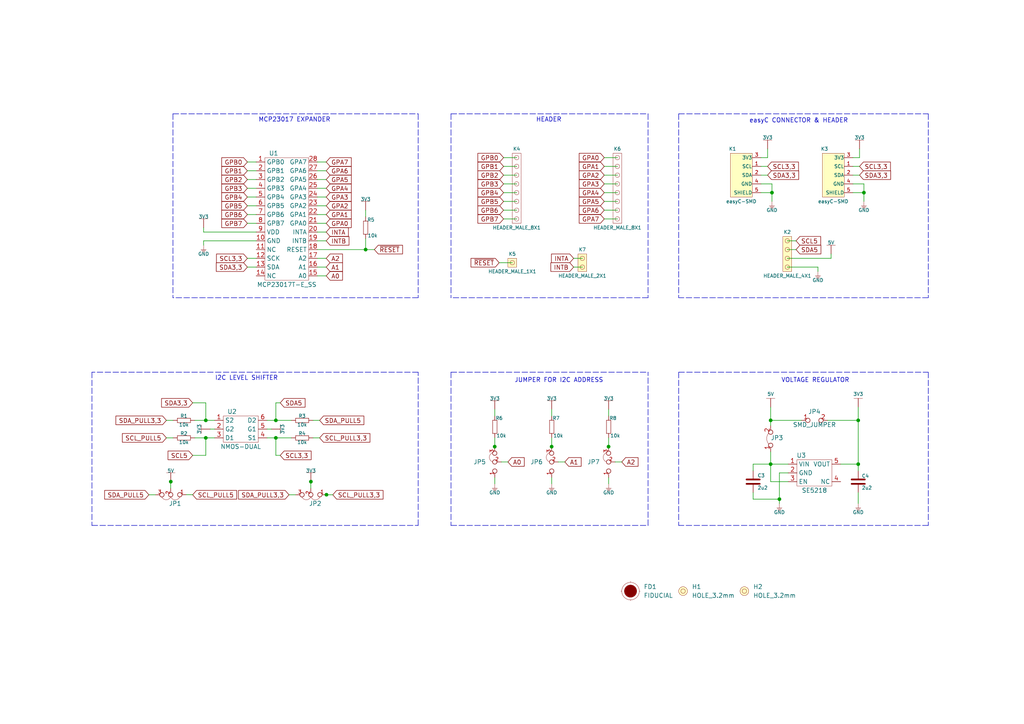
<source format=kicad_sch>
(kicad_sch (version 20211123) (generator eeschema)

  (uuid ac402734-ffe7-4231-8065-45582e08a03d)

  (paper "A4")

  (title_block
    (title "IO expander MCP23017 breakout")
    (date "2022-12-19")
    (rev "V1.2.0.")
    (company "SOLDERED")
    (comment 1 "333007")
  )

  (lib_symbols
    (symbol "e-radionica.com schematics:0603C" (pin_numbers hide) (pin_names (offset 0.002)) (in_bom yes) (on_board yes)
      (property "Reference" "C" (id 0) (at -0.635 3.175 0)
        (effects (font (size 1 1)))
      )
      (property "Value" "0603C" (id 1) (at 0 -3.175 0)
        (effects (font (size 1 1)))
      )
      (property "Footprint" "e-radionica.com footprinti:0603C" (id 2) (at 0 0 0)
        (effects (font (size 1 1)) hide)
      )
      (property "Datasheet" "" (id 3) (at 0 0 0)
        (effects (font (size 1 1)) hide)
      )
      (symbol "0603C_0_1"
        (polyline
          (pts
            (xy -0.635 1.905)
            (xy -0.635 -1.905)
          )
          (stroke (width 0.5) (type default) (color 0 0 0 0))
          (fill (type none))
        )
        (polyline
          (pts
            (xy 0.635 1.905)
            (xy 0.635 -1.905)
          )
          (stroke (width 0.5) (type default) (color 0 0 0 0))
          (fill (type none))
        )
      )
      (symbol "0603C_1_1"
        (pin passive line (at -3.175 0 0) (length 2.54)
          (name "~" (effects (font (size 1.27 1.27))))
          (number "1" (effects (font (size 1.27 1.27))))
        )
        (pin passive line (at 3.175 0 180) (length 2.54)
          (name "~" (effects (font (size 1.27 1.27))))
          (number "2" (effects (font (size 1.27 1.27))))
        )
      )
    )
    (symbol "e-radionica.com schematics:0603R" (pin_numbers hide) (pin_names (offset 0.254)) (in_bom yes) (on_board yes)
      (property "Reference" "R" (id 0) (at -1.905 1.905 0)
        (effects (font (size 1 1)))
      )
      (property "Value" "0603R" (id 1) (at 0 -1.905 0)
        (effects (font (size 1 1)))
      )
      (property "Footprint" "e-radionica.com footprinti:0603R" (id 2) (at -0.635 1.905 0)
        (effects (font (size 1 1)) hide)
      )
      (property "Datasheet" "" (id 3) (at -0.635 1.905 0)
        (effects (font (size 1 1)) hide)
      )
      (symbol "0603R_0_1"
        (rectangle (start -1.905 -0.635) (end 1.905 -0.6604)
          (stroke (width 0.1) (type default) (color 0 0 0 0))
          (fill (type none))
        )
        (rectangle (start -1.905 0.635) (end -1.8796 -0.635)
          (stroke (width 0.1) (type default) (color 0 0 0 0))
          (fill (type none))
        )
        (rectangle (start -1.905 0.635) (end 1.905 0.6096)
          (stroke (width 0.1) (type default) (color 0 0 0 0))
          (fill (type none))
        )
        (rectangle (start 1.905 0.635) (end 1.9304 -0.635)
          (stroke (width 0.1) (type default) (color 0 0 0 0))
          (fill (type none))
        )
      )
      (symbol "0603R_1_1"
        (pin passive line (at -3.175 0 0) (length 1.27)
          (name "~" (effects (font (size 1.27 1.27))))
          (number "1" (effects (font (size 1.27 1.27))))
        )
        (pin passive line (at 3.175 0 180) (length 1.27)
          (name "~" (effects (font (size 1.27 1.27))))
          (number "2" (effects (font (size 1.27 1.27))))
        )
      )
    )
    (symbol "e-radionica.com schematics:3V3" (power) (pin_names (offset 0)) (in_bom yes) (on_board yes)
      (property "Reference" "#PWR" (id 0) (at 4.445 0 0)
        (effects (font (size 1 1)) hide)
      )
      (property "Value" "3V3" (id 1) (at 0 3.556 0)
        (effects (font (size 1 1)))
      )
      (property "Footprint" "" (id 2) (at 4.445 3.81 0)
        (effects (font (size 1 1)) hide)
      )
      (property "Datasheet" "" (id 3) (at 4.445 3.81 0)
        (effects (font (size 1 1)) hide)
      )
      (property "ki_keywords" "power-flag" (id 4) (at 0 0 0)
        (effects (font (size 1.27 1.27)) hide)
      )
      (property "ki_description" "Power symbol creates a global label with name \"+3V3\"" (id 5) (at 0 0 0)
        (effects (font (size 1.27 1.27)) hide)
      )
      (symbol "3V3_0_1"
        (polyline
          (pts
            (xy -1.27 2.54)
            (xy 1.27 2.54)
          )
          (stroke (width 0.0006) (type default) (color 0 0 0 0))
          (fill (type none))
        )
        (polyline
          (pts
            (xy 0 0)
            (xy 0 2.54)
          )
          (stroke (width 0) (type default) (color 0 0 0 0))
          (fill (type none))
        )
      )
      (symbol "3V3_1_1"
        (pin power_in line (at 0 0 90) (length 0) hide
          (name "3V3" (effects (font (size 1.27 1.27))))
          (number "1" (effects (font (size 1.27 1.27))))
        )
      )
    )
    (symbol "e-radionica.com schematics:5V" (power) (pin_names (offset 0)) (in_bom yes) (on_board yes)
      (property "Reference" "#PWR" (id 0) (at 4.445 0 0)
        (effects (font (size 1 1)) hide)
      )
      (property "Value" "5V" (id 1) (at 0 3.556 0)
        (effects (font (size 1 1)))
      )
      (property "Footprint" "" (id 2) (at 4.445 3.81 0)
        (effects (font (size 1 1)) hide)
      )
      (property "Datasheet" "" (id 3) (at 4.445 3.81 0)
        (effects (font (size 1 1)) hide)
      )
      (property "ki_keywords" "power-flag" (id 4) (at 0 0 0)
        (effects (font (size 1.27 1.27)) hide)
      )
      (property "ki_description" "Power symbol creates a global label with name \"+3V3\"" (id 5) (at 0 0 0)
        (effects (font (size 1.27 1.27)) hide)
      )
      (symbol "5V_0_1"
        (polyline
          (pts
            (xy -1.27 2.54)
            (xy 1.27 2.54)
          )
          (stroke (width 0.0006) (type default) (color 0 0 0 0))
          (fill (type none))
        )
        (polyline
          (pts
            (xy 0 0)
            (xy 0 2.54)
          )
          (stroke (width 0) (type default) (color 0 0 0 0))
          (fill (type none))
        )
      )
      (symbol "5V_1_1"
        (pin power_in line (at 0 0 90) (length 0) hide
          (name "5V" (effects (font (size 1.27 1.27))))
          (number "1" (effects (font (size 1.27 1.27))))
        )
      )
    )
    (symbol "e-radionica.com schematics:FIDUCIAL" (in_bom no) (on_board yes)
      (property "Reference" "FD" (id 0) (at 0 3.81 0)
        (effects (font (size 1.27 1.27)))
      )
      (property "Value" "FIDUCIAL" (id 1) (at 0 -3.81 0)
        (effects (font (size 1.27 1.27)))
      )
      (property "Footprint" "e-radionica.com footprinti:FIDUCIAL_23" (id 2) (at 0.254 -5.334 0)
        (effects (font (size 1.27 1.27)) hide)
      )
      (property "Datasheet" "" (id 3) (at 0 0 0)
        (effects (font (size 1.27 1.27)) hide)
      )
      (symbol "FIDUCIAL_0_1"
        (polyline
          (pts
            (xy -2.54 0)
            (xy -2.794 0)
          )
          (stroke (width 0.0006) (type default) (color 0 0 0 0))
          (fill (type none))
        )
        (polyline
          (pts
            (xy 0 -2.54)
            (xy 0 -2.794)
          )
          (stroke (width 0.0006) (type default) (color 0 0 0 0))
          (fill (type none))
        )
        (polyline
          (pts
            (xy 0 2.54)
            (xy 0 2.794)
          )
          (stroke (width 0.0006) (type default) (color 0 0 0 0))
          (fill (type none))
        )
        (polyline
          (pts
            (xy 2.54 0)
            (xy 2.794 0)
          )
          (stroke (width 0.0006) (type default) (color 0 0 0 0))
          (fill (type none))
        )
        (circle (center 0 0) (radius 1.7961)
          (stroke (width 0.001) (type default) (color 0 0 0 0))
          (fill (type outline))
        )
        (circle (center 0 0) (radius 2.54)
          (stroke (width 0.0006) (type default) (color 0 0 0 0))
          (fill (type none))
        )
      )
    )
    (symbol "e-radionica.com schematics:GND" (power) (pin_names (offset 0)) (in_bom yes) (on_board yes)
      (property "Reference" "#PWR" (id 0) (at 4.445 0 0)
        (effects (font (size 1 1)) hide)
      )
      (property "Value" "GND" (id 1) (at 0 -2.921 0)
        (effects (font (size 1 1)))
      )
      (property "Footprint" "" (id 2) (at 4.445 3.81 0)
        (effects (font (size 1 1)) hide)
      )
      (property "Datasheet" "" (id 3) (at 4.445 3.81 0)
        (effects (font (size 1 1)) hide)
      )
      (property "ki_keywords" "power-flag" (id 4) (at 0 0 0)
        (effects (font (size 1.27 1.27)) hide)
      )
      (property "ki_description" "Power symbol creates a global label with name \"+3V3\"" (id 5) (at 0 0 0)
        (effects (font (size 1.27 1.27)) hide)
      )
      (symbol "GND_0_1"
        (polyline
          (pts
            (xy -0.762 -1.27)
            (xy 0.762 -1.27)
          )
          (stroke (width 0.0006) (type default) (color 0 0 0 0))
          (fill (type none))
        )
        (polyline
          (pts
            (xy -0.635 -1.524)
            (xy 0.635 -1.524)
          )
          (stroke (width 0.0006) (type default) (color 0 0 0 0))
          (fill (type none))
        )
        (polyline
          (pts
            (xy -0.381 -1.778)
            (xy 0.381 -1.778)
          )
          (stroke (width 0.0006) (type default) (color 0 0 0 0))
          (fill (type none))
        )
        (polyline
          (pts
            (xy -0.127 -2.032)
            (xy 0.127 -2.032)
          )
          (stroke (width 0.0006) (type default) (color 0 0 0 0))
          (fill (type none))
        )
        (polyline
          (pts
            (xy 0 0)
            (xy 0 -1.27)
          )
          (stroke (width 0.0006) (type default) (color 0 0 0 0))
          (fill (type none))
        )
      )
      (symbol "GND_1_1"
        (pin power_in line (at 0 0 270) (length 0) hide
          (name "GND" (effects (font (size 1.27 1.27))))
          (number "1" (effects (font (size 1.27 1.27))))
        )
      )
    )
    (symbol "e-radionica.com schematics:HEADER_MALE_1X1" (pin_numbers hide) (pin_names hide) (in_bom yes) (on_board yes)
      (property "Reference" "K" (id 0) (at -0.635 2.54 0)
        (effects (font (size 1 1)))
      )
      (property "Value" "HEADER_MALE_1X1" (id 1) (at 0 -2.54 0)
        (effects (font (size 1 1)))
      )
      (property "Footprint" "e-radionica.com footprinti:HEADER_MALE_1X1" (id 2) (at 0 0 0)
        (effects (font (size 1 1)) hide)
      )
      (property "Datasheet" "" (id 3) (at 0 0 0)
        (effects (font (size 1 1)) hide)
      )
      (symbol "HEADER_MALE_1X1_0_1"
        (rectangle (start -1.27 1.27) (end 1.27 -1.27)
          (stroke (width 0.001) (type default) (color 0 0 0 0))
          (fill (type background))
        )
        (circle (center 0 0) (radius 0.635)
          (stroke (width 0.0006) (type default) (color 0 0 0 0))
          (fill (type none))
        )
      )
      (symbol "HEADER_MALE_1X1_1_1"
        (pin passive line (at 0 0 180) (length 0)
          (name "~" (effects (font (size 1 1))))
          (number "1" (effects (font (size 1 1))))
        )
      )
    )
    (symbol "e-radionica.com schematics:HEADER_MALE_2X1" (pin_numbers hide) (pin_names hide) (in_bom yes) (on_board yes)
      (property "Reference" "K" (id 0) (at -1.27 5.08 0)
        (effects (font (size 1 1)))
      )
      (property "Value" "HEADER_MALE_2X1" (id 1) (at 0 -2.54 0)
        (effects (font (size 1 1)))
      )
      (property "Footprint" "e-radionica.com footprinti:HEADER_MALE_2X1" (id 2) (at 0 0 0)
        (effects (font (size 1 1)) hide)
      )
      (property "Datasheet" "" (id 3) (at 0 0 0)
        (effects (font (size 1 1)) hide)
      )
      (symbol "HEADER_MALE_2X1_0_1"
        (circle (center 0 0) (radius 0.635)
          (stroke (width 0.0006) (type default) (color 0 0 0 0))
          (fill (type none))
        )
        (circle (center 0 2.54) (radius 0.635)
          (stroke (width 0.0006) (type default) (color 0 0 0 0))
          (fill (type none))
        )
        (rectangle (start 1.27 -1.27) (end -1.27 3.81)
          (stroke (width 0.001) (type default) (color 0 0 0 0))
          (fill (type background))
        )
      )
      (symbol "HEADER_MALE_2X1_1_1"
        (pin passive line (at 0 0 180) (length 0)
          (name "~" (effects (font (size 1 1))))
          (number "1" (effects (font (size 1 1))))
        )
        (pin passive line (at 0 2.54 180) (length 0)
          (name "~" (effects (font (size 1 1))))
          (number "2" (effects (font (size 1 1))))
        )
      )
    )
    (symbol "e-radionica.com schematics:HEADER_MALE_4X1" (pin_numbers hide) (pin_names hide) (in_bom yes) (on_board yes)
      (property "Reference" "K" (id 0) (at -0.635 7.62 0)
        (effects (font (size 1 1)))
      )
      (property "Value" "HEADER_MALE_4X1" (id 1) (at 0 -5.08 0)
        (effects (font (size 1 1)))
      )
      (property "Footprint" "e-radionica.com footprinti:HEADER_MALE_4X1" (id 2) (at 0 -2.54 0)
        (effects (font (size 1 1)) hide)
      )
      (property "Datasheet" "" (id 3) (at 0 -2.54 0)
        (effects (font (size 1 1)) hide)
      )
      (symbol "HEADER_MALE_4X1_0_1"
        (circle (center 0 -2.54) (radius 0.635)
          (stroke (width 0.0006) (type default) (color 0 0 0 0))
          (fill (type none))
        )
        (circle (center 0 0) (radius 0.635)
          (stroke (width 0.0006) (type default) (color 0 0 0 0))
          (fill (type none))
        )
        (circle (center 0 2.54) (radius 0.635)
          (stroke (width 0.0006) (type default) (color 0 0 0 0))
          (fill (type none))
        )
        (circle (center 0 5.08) (radius 0.635)
          (stroke (width 0.0006) (type default) (color 0 0 0 0))
          (fill (type none))
        )
        (rectangle (start 1.27 -3.81) (end -1.27 6.35)
          (stroke (width 0.001) (type default) (color 0 0 0 0))
          (fill (type background))
        )
      )
      (symbol "HEADER_MALE_4X1_1_1"
        (pin passive line (at 0 -2.54 180) (length 0)
          (name "~" (effects (font (size 1 1))))
          (number "1" (effects (font (size 1 1))))
        )
        (pin passive line (at 0 0 180) (length 0)
          (name "~" (effects (font (size 1 1))))
          (number "2" (effects (font (size 1 1))))
        )
        (pin passive line (at 0 2.54 180) (length 0)
          (name "~" (effects (font (size 1 1))))
          (number "3" (effects (font (size 1 1))))
        )
        (pin passive line (at 0 5.08 180) (length 0)
          (name "~" (effects (font (size 1 1))))
          (number "4" (effects (font (size 1 1))))
        )
      )
    )
    (symbol "e-radionica.com schematics:HEADER_MALE_8X1" (pin_numbers hide) (pin_names hide) (in_bom yes) (on_board yes)
      (property "Reference" "K" (id 0) (at -0.635 12.7 0)
        (effects (font (size 1 1)))
      )
      (property "Value" "HEADER_MALE_8X1" (id 1) (at 0.635 -10.16 0)
        (effects (font (size 1 1)))
      )
      (property "Footprint" "e-radionica.com footprinti:HEADER_MALE_8X1" (id 2) (at 0 0 0)
        (effects (font (size 1 1)) hide)
      )
      (property "Datasheet" "" (id 3) (at 0 0 0)
        (effects (font (size 1 1)) hide)
      )
      (symbol "HEADER_MALE_8X1_0_1"
        (circle (center 0 -7.62) (radius 0.635)
          (stroke (width 0.0006) (type default) (color 0 0 0 0))
          (fill (type none))
        )
        (circle (center 0 -5.08) (radius 0.635)
          (stroke (width 0.0006) (type default) (color 0 0 0 0))
          (fill (type none))
        )
        (circle (center 0 -2.54) (radius 0.635)
          (stroke (width 0.0006) (type default) (color 0 0 0 0))
          (fill (type none))
        )
        (circle (center 0 0) (radius 0.635)
          (stroke (width 0.0006) (type default) (color 0 0 0 0))
          (fill (type none))
        )
        (circle (center 0 2.54) (radius 0.635)
          (stroke (width 0.0006) (type default) (color 0 0 0 0))
          (fill (type none))
        )
        (circle (center 0 5.08) (radius 0.635)
          (stroke (width 0.0006) (type default) (color 0 0 0 0))
          (fill (type none))
        )
        (circle (center 0 7.62) (radius 0.635)
          (stroke (width 0.0006) (type default) (color 0 0 0 0))
          (fill (type none))
        )
        (circle (center 0 10.16) (radius 0.635)
          (stroke (width 0.0006) (type default) (color 0 0 0 0))
          (fill (type none))
        )
        (rectangle (start 1.27 -8.89) (end -1.27 11.43)
          (stroke (width 0.0006) (type default) (color 0 0 0 0))
          (fill (type none))
        )
      )
      (symbol "HEADER_MALE_8X1_1_1"
        (pin passive line (at 0 -7.62 180) (length 0)
          (name "~" (effects (font (size 0.991 0.991))))
          (number "1" (effects (font (size 0.991 0.991))))
        )
        (pin passive line (at 0 -5.08 180) (length 0)
          (name "~" (effects (font (size 0.991 0.991))))
          (number "2" (effects (font (size 0.991 0.991))))
        )
        (pin passive line (at 0 -2.54 180) (length 0)
          (name "~" (effects (font (size 0.991 0.991))))
          (number "3" (effects (font (size 0.991 0.991))))
        )
        (pin passive line (at 0 0 180) (length 0)
          (name "~" (effects (font (size 0.991 0.991))))
          (number "4" (effects (font (size 0.991 0.991))))
        )
        (pin passive line (at 0 2.54 180) (length 0)
          (name "~" (effects (font (size 0.991 0.991))))
          (number "5" (effects (font (size 0.991 0.991))))
        )
        (pin passive line (at 0 5.08 180) (length 0)
          (name "~" (effects (font (size 0.991 0.991))))
          (number "6" (effects (font (size 0.991 0.991))))
        )
        (pin passive line (at 0 7.62 180) (length 0)
          (name "~" (effects (font (size 0.991 0.991))))
          (number "7" (effects (font (size 0.991 0.991))))
        )
        (pin passive line (at 0 10.16 180) (length 0)
          (name "~" (effects (font (size 0.991 0.991))))
          (number "8" (effects (font (size 0.991 0.991))))
        )
      )
    )
    (symbol "e-radionica.com schematics:HOLE_3.2mm" (pin_numbers hide) (pin_names hide) (in_bom yes) (on_board yes)
      (property "Reference" "H" (id 0) (at 0 2.54 0)
        (effects (font (size 1.27 1.27)))
      )
      (property "Value" "HOLE_3.2mm" (id 1) (at 0 -2.54 0)
        (effects (font (size 1.27 1.27)))
      )
      (property "Footprint" "e-radionica.com footprinti:HOLE_3.2mm" (id 2) (at 0 0 0)
        (effects (font (size 1.27 1.27)) hide)
      )
      (property "Datasheet" "" (id 3) (at 0 0 0)
        (effects (font (size 1.27 1.27)) hide)
      )
      (symbol "HOLE_3.2mm_0_1"
        (circle (center 0 0) (radius 0.635)
          (stroke (width 0.0006) (type default) (color 0 0 0 0))
          (fill (type none))
        )
        (circle (center 0 0) (radius 1.27)
          (stroke (width 0.001) (type default) (color 0 0 0 0))
          (fill (type background))
        )
      )
    )
    (symbol "e-radionica.com schematics:MCP23017T-E_SS" (in_bom yes) (on_board yes)
      (property "Reference" "U" (id 0) (at 0 17.78 0)
        (effects (font (size 1.27 1.27)))
      )
      (property "Value" "MCP23017T-E_SS" (id 1) (at 0 -20.32 0)
        (effects (font (size 1.27 1.27)))
      )
      (property "Footprint" "e-radionica.com footprinti:MCP23017" (id 2) (at 0.127 0 0)
        (effects (font (size 1.27 1.27)) hide)
      )
      (property "Datasheet" "" (id 3) (at -12.7 2.54 0)
        (effects (font (size 1.27 1.27)) hide)
      )
      (symbol "MCP23017T-E_SS_0_1"
        (rectangle (start -6.35 16.51) (end 6.35 -19.05)
          (stroke (width 0.0006) (type default) (color 0 0 0 0))
          (fill (type none))
        )
      )
      (symbol "MCP23017T-E_SS_1_1"
        (pin passive line (at -8.89 15.24 0) (length 2.54)
          (name "GPB0" (effects (font (size 1.27 1.27))))
          (number "1" (effects (font (size 1.27 1.27))))
        )
        (pin passive line (at -8.89 -7.62 0) (length 2.54)
          (name "GND" (effects (font (size 1.27 1.27))))
          (number "10" (effects (font (size 1.27 1.27))))
        )
        (pin passive line (at -8.89 -10.16 0) (length 2.54)
          (name "NC" (effects (font (size 1.27 1.27))))
          (number "11" (effects (font (size 1.27 1.27))))
        )
        (pin passive line (at -8.89 -12.7 0) (length 2.54)
          (name "SCK" (effects (font (size 1.27 1.27))))
          (number "12" (effects (font (size 1.27 1.27))))
        )
        (pin passive line (at -8.89 -15.24 0) (length 2.54)
          (name "SDA" (effects (font (size 1.27 1.27))))
          (number "13" (effects (font (size 1.27 1.27))))
        )
        (pin passive line (at -8.89 -17.78 0) (length 2.54)
          (name "NC" (effects (font (size 1.27 1.27))))
          (number "14" (effects (font (size 1.27 1.27))))
        )
        (pin passive line (at 8.89 -17.78 180) (length 2.54)
          (name "A0" (effects (font (size 1.27 1.27))))
          (number "15" (effects (font (size 1.27 1.27))))
        )
        (pin passive line (at 8.89 -15.24 180) (length 2.54)
          (name "A1" (effects (font (size 1.27 1.27))))
          (number "16" (effects (font (size 1.27 1.27))))
        )
        (pin passive line (at 8.89 -12.7 180) (length 2.54)
          (name "A2" (effects (font (size 1.27 1.27))))
          (number "17" (effects (font (size 1.27 1.27))))
        )
        (pin passive line (at 8.89 -10.16 180) (length 2.54)
          (name "RESET" (effects (font (size 1.27 1.27))))
          (number "18" (effects (font (size 1.27 1.27))))
        )
        (pin passive line (at 8.89 -7.62 180) (length 2.54)
          (name "INTB" (effects (font (size 1.27 1.27))))
          (number "19" (effects (font (size 1.27 1.27))))
        )
        (pin passive line (at -8.89 12.7 0) (length 2.54)
          (name "GPB1" (effects (font (size 1.27 1.27))))
          (number "2" (effects (font (size 1.27 1.27))))
        )
        (pin passive line (at 8.89 -5.08 180) (length 2.54)
          (name "INTA" (effects (font (size 1.27 1.27))))
          (number "20" (effects (font (size 1.27 1.27))))
        )
        (pin passive line (at 8.89 -2.54 180) (length 2.54)
          (name "GPA0" (effects (font (size 1.27 1.27))))
          (number "21" (effects (font (size 1.27 1.27))))
        )
        (pin passive line (at 8.89 0 180) (length 2.54)
          (name "GPA1" (effects (font (size 1.27 1.27))))
          (number "22" (effects (font (size 1.27 1.27))))
        )
        (pin passive line (at 8.89 2.54 180) (length 2.54)
          (name "GPA2" (effects (font (size 1.27 1.27))))
          (number "23" (effects (font (size 1.27 1.27))))
        )
        (pin passive line (at 8.89 5.08 180) (length 2.54)
          (name "GPA3" (effects (font (size 1.27 1.27))))
          (number "24" (effects (font (size 1.27 1.27))))
        )
        (pin passive line (at 8.89 7.62 180) (length 2.54)
          (name "GPA4" (effects (font (size 1.27 1.27))))
          (number "25" (effects (font (size 1.27 1.27))))
        )
        (pin passive line (at 8.89 10.16 180) (length 2.54)
          (name "GPA5" (effects (font (size 1.27 1.27))))
          (number "26" (effects (font (size 1.27 1.27))))
        )
        (pin passive line (at 8.89 12.7 180) (length 2.54)
          (name "GPA6" (effects (font (size 1.27 1.27))))
          (number "27" (effects (font (size 1.27 1.27))))
        )
        (pin passive line (at 8.89 15.24 180) (length 2.54)
          (name "GPA7" (effects (font (size 1.27 1.27))))
          (number "28" (effects (font (size 1.27 1.27))))
        )
        (pin passive line (at -8.89 10.16 0) (length 2.54)
          (name "GPB2" (effects (font (size 1.27 1.27))))
          (number "3" (effects (font (size 1.27 1.27))))
        )
        (pin passive line (at -8.89 7.62 0) (length 2.54)
          (name "GPB3" (effects (font (size 1.27 1.27))))
          (number "4" (effects (font (size 1.27 1.27))))
        )
        (pin passive line (at -8.89 5.08 0) (length 2.54)
          (name "GPB4" (effects (font (size 1.27 1.27))))
          (number "5" (effects (font (size 1.27 1.27))))
        )
        (pin passive line (at -8.89 2.54 0) (length 2.54)
          (name "GPB5" (effects (font (size 1.27 1.27))))
          (number "6" (effects (font (size 1.27 1.27))))
        )
        (pin passive line (at -8.89 0 0) (length 2.54)
          (name "GPB6" (effects (font (size 1.27 1.27))))
          (number "7" (effects (font (size 1.27 1.27))))
        )
        (pin passive line (at -8.89 -2.54 0) (length 2.54)
          (name "GPB7" (effects (font (size 1.27 1.27))))
          (number "8" (effects (font (size 1.27 1.27))))
        )
        (pin passive line (at -8.89 -5.08 0) (length 2.54)
          (name "VDD" (effects (font (size 1.27 1.27))))
          (number "9" (effects (font (size 1.27 1.27))))
        )
      )
    )
    (symbol "e-radionica.com schematics:NMOS-DUAL" (in_bom yes) (on_board yes)
      (property "Reference" "U" (id 0) (at -3.81 5.08 0)
        (effects (font (size 1.27 1.27)))
      )
      (property "Value" "NMOS-DUAL" (id 1) (at 0 -5.08 0)
        (effects (font (size 1.27 1.27)))
      )
      (property "Footprint" "e-radionica.com footprinti:SOT-363" (id 2) (at 0 -7.62 0)
        (effects (font (size 1.27 1.27)) hide)
      )
      (property "Datasheet" "" (id 3) (at 0 -2.54 0)
        (effects (font (size 1.27 1.27)) hide)
      )
      (symbol "NMOS-DUAL_0_1"
        (rectangle (start -5.08 3.81) (end 5.08 -3.81)
          (stroke (width 0.0006) (type default) (color 0 0 0 0))
          (fill (type none))
        )
      )
      (symbol "NMOS-DUAL_1_1"
        (pin input line (at -7.62 2.54 0) (length 2.54)
          (name "S2" (effects (font (size 1.27 1.27))))
          (number "1" (effects (font (size 1.27 1.27))))
        )
        (pin input line (at -7.62 0 0) (length 2.54)
          (name "G2" (effects (font (size 1.27 1.27))))
          (number "2" (effects (font (size 1.27 1.27))))
        )
        (pin input line (at -7.62 -2.54 0) (length 2.54)
          (name "D1" (effects (font (size 1.27 1.27))))
          (number "3" (effects (font (size 1.27 1.27))))
        )
        (pin input line (at 7.62 -2.54 180) (length 2.54)
          (name "S1" (effects (font (size 1.27 1.27))))
          (number "4" (effects (font (size 1.27 1.27))))
        )
        (pin input line (at 7.62 0 180) (length 2.54)
          (name "G1" (effects (font (size 1.27 1.27))))
          (number "5" (effects (font (size 1.27 1.27))))
        )
        (pin input line (at 7.62 2.54 180) (length 2.54)
          (name "D2" (effects (font (size 1.27 1.27))))
          (number "6" (effects (font (size 1.27 1.27))))
        )
      )
    )
    (symbol "e-radionica.com schematics:SE5218" (in_bom yes) (on_board yes)
      (property "Reference" "U" (id 0) (at -3.81 5.08 0)
        (effects (font (size 1.27 1.27)))
      )
      (property "Value" "SE5218" (id 1) (at 0 -5.08 0)
        (effects (font (size 1.27 1.27)))
      )
      (property "Footprint" "e-radionica.com footprinti:SOT-23-5" (id 2) (at 0 0 0)
        (effects (font (size 1.27 1.27)) hide)
      )
      (property "Datasheet" "" (id 3) (at 0 0 0)
        (effects (font (size 1.27 1.27)) hide)
      )
      (symbol "SE5218_0_1"
        (rectangle (start -5.08 3.81) (end 5.08 -3.81)
          (stroke (width 0.0006) (type default) (color 0 0 0 0))
          (fill (type none))
        )
      )
      (symbol "SE5218_1_1"
        (pin power_in line (at -7.62 2.54 0) (length 2.54)
          (name "VIN" (effects (font (size 1.27 1.27))))
          (number "1" (effects (font (size 1.27 1.27))))
        )
        (pin power_in line (at -7.62 0 0) (length 2.54)
          (name "GND" (effects (font (size 1.27 1.27))))
          (number "2" (effects (font (size 1.27 1.27))))
        )
        (pin input line (at -7.62 -2.54 0) (length 2.54)
          (name "EN" (effects (font (size 1.27 1.27))))
          (number "3" (effects (font (size 1.27 1.27))))
        )
        (pin passive line (at 7.62 -2.54 180) (length 2.54)
          (name "NC" (effects (font (size 1.27 1.27))))
          (number "4" (effects (font (size 1.27 1.27))))
        )
        (pin power_out line (at 7.62 2.54 180) (length 2.54)
          (name "VOUT" (effects (font (size 1.27 1.27))))
          (number "5" (effects (font (size 1.27 1.27))))
        )
      )
    )
    (symbol "e-radionica.com schematics:SMD-JUMPER-CONNECTED_TRACE_SLODERMASK" (in_bom yes) (on_board yes)
      (property "Reference" "JP" (id 0) (at 0 3.556 0)
        (effects (font (size 1.27 1.27)))
      )
      (property "Value" "SMD-JUMPER-CONNECTED_TRACE_SLODERMASK" (id 1) (at 0 -2.54 0)
        (effects (font (size 1.27 1.27)))
      )
      (property "Footprint" "e-radionica.com footprinti:SMD-JUMPER-CONNECTED_TRACE_SLODERMASK" (id 2) (at 0 -5.715 0)
        (effects (font (size 1.27 1.27)) hide)
      )
      (property "Datasheet" "" (id 3) (at 0 0 0)
        (effects (font (size 1.27 1.27)) hide)
      )
      (symbol "SMD-JUMPER-CONNECTED_TRACE_SLODERMASK_0_1"
        (arc (start 1.397 0.5842) (mid -0.2077 1.1365) (end -1.8034 0.5588)
          (stroke (width 0.0006) (type default) (color 0 0 0 0))
          (fill (type none))
        )
      )
      (symbol "SMD-JUMPER-CONNECTED_TRACE_SLODERMASK_1_1"
        (pin passive inverted (at -4.064 0 0) (length 2.54)
          (name "" (effects (font (size 1.27 1.27))))
          (number "1" (effects (font (size 1.27 1.27))))
        )
        (pin passive inverted (at 3.556 0 180) (length 2.54)
          (name "" (effects (font (size 1.27 1.27))))
          (number "2" (effects (font (size 1.27 1.27))))
        )
      )
    )
    (symbol "e-radionica.com schematics:SMD_JUMPER" (in_bom yes) (on_board yes)
      (property "Reference" "JP" (id 0) (at 0 1.397 0)
        (effects (font (size 1.27 1.27)))
      )
      (property "Value" "SMD_JUMPER" (id 1) (at 0.508 -3.048 0)
        (effects (font (size 1.27 1.27)))
      )
      (property "Footprint" "e-radionica.com footprinti:SMD_JUMPER" (id 2) (at 0 0 0)
        (effects (font (size 1.27 1.27)) hide)
      )
      (property "Datasheet" "" (id 3) (at 0 0 0)
        (effects (font (size 1.27 1.27)) hide)
      )
      (symbol "SMD_JUMPER_1_1"
        (pin passive inverted (at -3.81 0 0) (length 2.54)
          (name "" (effects (font (size 1.27 1.27))))
          (number "1" (effects (font (size 1.27 1.27))))
        )
        (pin passive inverted (at 3.81 0 180) (length 2.54)
          (name "" (effects (font (size 1.27 1.27))))
          (number "2" (effects (font (size 1.27 1.27))))
        )
      )
    )
    (symbol "e-radionica.com schematics:SMD_JUMPER_3_PAD_CONNECTED_RIGHT" (in_bom yes) (on_board yes)
      (property "Reference" "JP" (id 0) (at 0 2.5908 0)
        (effects (font (size 1.27 1.27)))
      )
      (property "Value" "SMD_JUMPER_3_PAD_CONNECTED_RIGHT" (id 1) (at 0.0254 -6.9088 0)
        (effects (font (size 1.27 1.27)))
      )
      (property "Footprint" "e-radionica.com footprinti:SMD_JUMPER_3_PAD_CONNECTED_RIGHT" (id 2) (at 0 0 0)
        (effects (font (size 1.27 1.27)) hide)
      )
      (property "Datasheet" "" (id 3) (at 0 0 0)
        (effects (font (size 1.27 1.27)) hide)
      )
      (symbol "SMD_JUMPER_3_PAD_CONNECTED_RIGHT_0_1"
        (arc (start 2.6595 0.6796) (mid 1.3599 1.5674) (end 0.0433 0.705)
          (stroke (width 0.0006) (type default) (color 0 0 0 0))
          (fill (type none))
        )
      )
      (symbol "SMD_JUMPER_3_PAD_CONNECTED_RIGHT_1_1"
        (pin passive inverted (at -4.5466 0 0) (length 2.54)
          (name "" (effects (font (size 1 1))))
          (number "1" (effects (font (size 1 1))))
        )
        (pin passive inverted (at 0 -1.905 90) (length 2.54)
          (name "" (effects (font (size 1 1))))
          (number "2" (effects (font (size 1 1))))
        )
        (pin passive inverted (at 4.445 0.0254 180) (length 2.54)
          (name "" (effects (font (size 1 1))))
          (number "3" (effects (font (size 1 1))))
        )
      )
    )
    (symbol "e-radionica.com schematics:SMD_JUMPER_3_PAD_TRACE" (in_bom yes) (on_board yes)
      (property "Reference" "JP" (id 0) (at 0.0254 5.461 0)
        (effects (font (size 1.27 1.27)))
      )
      (property "Value" "SMD_JUMPER_3_PAD_TRACE" (id 1) (at 0.3048 -4.572 0)
        (effects (font (size 1.27 1.27)))
      )
      (property "Footprint" "e-radionica.com footprinti:SMD_JUMPER_3_PAD_TRACE" (id 2) (at 0 -1.27 0)
        (effects (font (size 1.27 1.27)) hide)
      )
      (property "Datasheet" "" (id 3) (at 0 0 0)
        (effects (font (size 1.27 1.27)) hide)
      )
      (symbol "SMD_JUMPER_3_PAD_TRACE_0_1"
        (arc (start 0 0.5842) (mid -1.2996 1.472) (end -2.6162 0.6096)
          (stroke (width 0.0006) (type default) (color 0 0 0 0))
          (fill (type none))
        )
        (arc (start 2.5908 0.6604) (mid 1.2796 1.4379) (end 0 0.6096)
          (stroke (width 0.0006) (type default) (color 0 0 0 0))
          (fill (type none))
        )
      )
      (symbol "SMD_JUMPER_3_PAD_TRACE_1_1"
        (pin passive inverted (at -4.5212 -0.0254 0) (length 2.54)
          (name "" (effects (font (size 1 1))))
          (number "1" (effects (font (size 1 1))))
        )
        (pin passive inverted (at 0.0254 -1.9304 90) (length 2.54)
          (name "" (effects (font (size 1 1))))
          (number "2" (effects (font (size 1 1))))
        )
        (pin passive inverted (at 4.4704 0 180) (length 2.54)
          (name "" (effects (font (size 1 1))))
          (number "3" (effects (font (size 1 1))))
        )
      )
    )
    (symbol "e-radionica.com schematics:easyC-SMD" (pin_names (offset 0.002)) (in_bom yes) (on_board yes)
      (property "Reference" "K" (id 0) (at -2.54 10.16 0)
        (effects (font (size 1 1)))
      )
      (property "Value" "easyC-SMD" (id 1) (at 0 -5.08 0)
        (effects (font (size 1 1)))
      )
      (property "Footprint" "e-radionica.com footprinti:easyC-connector" (id 2) (at 3.175 2.54 0)
        (effects (font (size 1 1)) hide)
      )
      (property "Datasheet" "" (id 3) (at 3.175 2.54 0)
        (effects (font (size 1 1)) hide)
      )
      (symbol "easyC-SMD_0_1"
        (rectangle (start -3.175 8.89) (end 3.175 -3.81)
          (stroke (width 0.001) (type default) (color 0 0 0 0))
          (fill (type background))
        )
      )
      (symbol "easyC-SMD_1_1"
        (pin passive line (at 5.715 5.08 180) (length 2.54)
          (name "SCL" (effects (font (size 1 1))))
          (number "1" (effects (font (size 1 1))))
        )
        (pin passive line (at 5.715 2.54 180) (length 2.54)
          (name "SDA" (effects (font (size 1 1))))
          (number "2" (effects (font (size 1 1))))
        )
        (pin passive line (at 5.715 7.62 180) (length 2.54)
          (name "3V3" (effects (font (size 1 1))))
          (number "3" (effects (font (size 1 1))))
        )
        (pin passive line (at 5.715 0 180) (length 2.54)
          (name "GND" (effects (font (size 1 1))))
          (number "4" (effects (font (size 1 1))))
        )
        (pin passive line (at 5.715 -2.54 180) (length 2.54)
          (name "SHIELD" (effects (font (size 1 1))))
          (number "5" (effects (font (size 1 1))))
        )
      )
    )
  )

  (junction (at 176.5046 129.54) (diameter 0) (color 0 0 0 0)
    (uuid 133313e3-48d2-43a3-a5ec-8a3ccfd8cc36)
  )
  (junction (at 59.69 127) (diameter 0.9144) (color 0 0 0 0)
    (uuid 15fe8f3d-6077-4e0e-81d0-8ec3f4538981)
  )
  (junction (at 248.92 121.92) (diameter 0.9144) (color 0 0 0 0)
    (uuid 20c315f4-1e4f-49aa-8d61-778a7389df7e)
  )
  (junction (at 248.92 134.62) (diameter 0) (color 0 0 0 0)
    (uuid 51217cd4-97ec-4762-99ac-79ea2d087824)
  )
  (junction (at 250.571 55.88) (diameter 0.9144) (color 0 0 0 0)
    (uuid 7a4ce4b3-518a-4819-b8b2-5127b3347c64)
  )
  (junction (at 143.4846 129.54) (diameter 0) (color 0 0 0 0)
    (uuid 7fa83f57-6c88-4ea6-87eb-b319431f5bdf)
  )
  (junction (at 80.01 121.92) (diameter 0.9144) (color 0 0 0 0)
    (uuid 814763c2-92e5-4a2c-941c-9bbd073f6e87)
  )
  (junction (at 106.045 72.39) (diameter 0.9144) (color 0 0 0 0)
    (uuid 82be7aae-5d06-4178-8c3e-98760c41b054)
  )
  (junction (at 223.52 134.62) (diameter 0.9144) (color 0 0 0 0)
    (uuid a6b7df29-bcf8-46a9-b623-7eaac47f5110)
  )
  (junction (at 226.06 144.78) (diameter 0.9144) (color 0 0 0 0)
    (uuid a9b3f6e4-7a6d-4ae8-ad28-3d8458e0ca1a)
  )
  (junction (at 94.6912 143.4846) (diameter 0) (color 0 0 0 0)
    (uuid b23e60f5-c013-43b1-9789-008a0a3fac50)
  )
  (junction (at 49.53 139.7) (diameter 0) (color 0 0 0 0)
    (uuid b28eba58-4440-4da4-9526-c59183802583)
  )
  (junction (at 223.52 121.92) (diameter 0.9144) (color 0 0 0 0)
    (uuid d9c6d5d2-0b49-49ba-a970-cd2c32f74c54)
  )
  (junction (at 223.901 55.88) (diameter 0.9144) (color 0 0 0 0)
    (uuid e1535036-5d36-405f-bb86-3819621c4f23)
  )
  (junction (at 59.69 121.92) (diameter 0.9144) (color 0 0 0 0)
    (uuid e40e8cef-4fb0-4fc3-be09-3875b2cc8469)
  )
  (junction (at 80.01 127) (diameter 0.9144) (color 0 0 0 0)
    (uuid e65b62be-e01b-4688-a999-1d1be370c4ae)
  )
  (junction (at 90.17 139.7) (diameter 0) (color 0 0 0 0)
    (uuid e9dd189f-ad9c-43da-bdfa-100abdc154ad)
  )
  (junction (at 159.9946 129.54) (diameter 0) (color 0 0 0 0)
    (uuid f6da6ebe-6bd7-4d2e-9aa5-0ec763cf3c87)
  )

  (wire (pts (xy 71.755 64.77) (xy 74.295 64.77))
    (stroke (width 0) (type solid) (color 0 0 0 0))
    (uuid 00302279-b022-47f0-8eae-4be6ff0da49b)
  )
  (wire (pts (xy 247.396 55.88) (xy 250.571 55.88))
    (stroke (width 0) (type solid) (color 0 0 0 0))
    (uuid 025ca4ce-f105-4e12-b59d-285336c72594)
  )
  (wire (pts (xy 218.44 136.525) (xy 218.44 134.62))
    (stroke (width 0) (type solid) (color 0 0 0 0))
    (uuid 0762fa6b-bef2-406a-ab6f-954dbca02336)
  )
  (wire (pts (xy 59.69 132.08) (xy 59.69 127))
    (stroke (width 0) (type solid) (color 0 0 0 0))
    (uuid 0a6712bf-a2ff-4273-8640-d346fa9ef018)
  )
  (wire (pts (xy 143.51 138.5316) (xy 143.51 140.335))
    (stroke (width 0) (type solid) (color 0 0 0 0))
    (uuid 0bb566a7-741c-4a47-b0e1-0e5fd8187be1)
  )
  (polyline (pts (xy 130.81 33.02) (xy 130.81 86.36))
    (stroke (width 0) (type dash) (color 0 0 0 0))
    (uuid 0cd3d278-1c88-46e5-8d19-87953efe146f)
  )
  (polyline (pts (xy 130.81 33.02) (xy 187.96 33.02))
    (stroke (width 0) (type dash) (color 0 0 0 0))
    (uuid 0cd3d278-1c88-46e5-8d19-87953efe1470)
  )
  (polyline (pts (xy 187.96 33.02) (xy 187.96 86.36))
    (stroke (width 0) (type dash) (color 0 0 0 0))
    (uuid 0cd3d278-1c88-46e5-8d19-87953efe1471)
  )
  (polyline (pts (xy 187.96 86.36) (xy 130.81 86.36))
    (stroke (width 0) (type dash) (color 0 0 0 0))
    (uuid 0cd3d278-1c88-46e5-8d19-87953efe1472)
  )

  (wire (pts (xy 71.755 77.47) (xy 74.295 77.47))
    (stroke (width 0) (type solid) (color 0 0 0 0))
    (uuid 0d85b9b7-4064-4310-b662-3f5d57d3b15e)
  )
  (wire (pts (xy 92.075 80.01) (xy 94.615 80.01))
    (stroke (width 0) (type solid) (color 0 0 0 0))
    (uuid 0ee63516-77aa-49cb-95d4-fb5d0b0e11ee)
  )
  (wire (pts (xy 223.901 53.34) (xy 223.901 55.88))
    (stroke (width 0) (type solid) (color 0 0 0 0))
    (uuid 11844c85-9ec3-4d2e-abc1-b2c49e746383)
  )
  (wire (pts (xy 247.396 50.8) (xy 249.301 50.8))
    (stroke (width 0) (type solid) (color 0 0 0 0))
    (uuid 15e61fa1-b43f-424c-9061-7c857570ff53)
  )
  (wire (pts (xy 80.01 121.92) (xy 84.455 121.92))
    (stroke (width 0) (type solid) (color 0 0 0 0))
    (uuid 1652e7b2-35a3-4ab9-9b22-87575604e0ae)
  )
  (wire (pts (xy 92.075 64.77) (xy 94.615 64.77))
    (stroke (width 0) (type solid) (color 0 0 0 0))
    (uuid 195d308c-1c59-474c-8711-7658da870904)
  )
  (wire (pts (xy 247.396 53.34) (xy 250.571 53.34))
    (stroke (width 0) (type solid) (color 0 0 0 0))
    (uuid 19ae374e-4e42-4491-99ba-cd437eb418bd)
  )
  (wire (pts (xy 249.301 45.72) (xy 249.301 43.18))
    (stroke (width 0) (type solid) (color 0 0 0 0))
    (uuid 1a323281-c4c9-47fa-8492-7d65bf3f04d6)
  )
  (wire (pts (xy 92.075 59.69) (xy 94.615 59.69))
    (stroke (width 0) (type solid) (color 0 0 0 0))
    (uuid 1b02b657-e43f-4f23-87ca-a56be9877296)
  )
  (wire (pts (xy 175.26 48.26) (xy 179.07 48.26))
    (stroke (width 0) (type solid) (color 0 0 0 0))
    (uuid 20f512eb-c586-4e18-ad66-2f783523b6d5)
  )
  (wire (pts (xy 146.05 45.72) (xy 149.86 45.72))
    (stroke (width 0) (type solid) (color 0 0 0 0))
    (uuid 21e901ea-072a-4eb5-97d6-af9de0fa395f)
  )
  (wire (pts (xy 146.05 50.8) (xy 149.86 50.8))
    (stroke (width 0) (type solid) (color 0 0 0 0))
    (uuid 22fbff63-a0bf-4350-8d91-9c65478a5123)
  )
  (polyline (pts (xy 196.85 107.95) (xy 196.85 152.4))
    (stroke (width 0) (type dash) (color 0 0 0 0))
    (uuid 234b6d8a-2eff-416b-abc5-d53ba6d3e4f5)
  )
  (polyline (pts (xy 196.85 107.95) (xy 269.24 107.95))
    (stroke (width 0) (type dash) (color 0 0 0 0))
    (uuid 234b6d8a-2eff-416b-abc5-d53ba6d3e4f6)
  )
  (polyline (pts (xy 269.24 107.95) (xy 269.24 152.4))
    (stroke (width 0) (type dash) (color 0 0 0 0))
    (uuid 234b6d8a-2eff-416b-abc5-d53ba6d3e4f7)
  )
  (polyline (pts (xy 269.24 152.4) (xy 196.85 152.4))
    (stroke (width 0) (type dash) (color 0 0 0 0))
    (uuid 234b6d8a-2eff-416b-abc5-d53ba6d3e4f8)
  )

  (wire (pts (xy 92.075 77.47) (xy 94.615 77.47))
    (stroke (width 0) (type solid) (color 0 0 0 0))
    (uuid 28cb803b-4d09-43ee-8e7e-79a138e9aa1b)
  )
  (wire (pts (xy 92.075 72.39) (xy 106.045 72.39))
    (stroke (width 0) (type solid) (color 0 0 0 0))
    (uuid 2c99b542-a592-4aa5-a3a4-22d363194728)
  )
  (wire (pts (xy 106.045 72.39) (xy 108.585 72.39))
    (stroke (width 0) (type solid) (color 0 0 0 0))
    (uuid 2c99b542-a592-4aa5-a3a4-22d363194729)
  )
  (wire (pts (xy 49.5046 141.5796) (xy 49.5046 139.7))
    (stroke (width 0) (type solid) (color 0 0 0 0))
    (uuid 2e0daea8-d4b8-4490-98b8-e1df8a8877f2)
  )
  (wire (pts (xy 176.53 127) (xy 176.53 129.54))
    (stroke (width 0) (type solid) (color 0 0 0 0))
    (uuid 2f378385-ce3a-474d-b11b-ece6b9fc6f54)
  )
  (wire (pts (xy 59.055 69.85) (xy 59.055 71.12))
    (stroke (width 0) (type solid) (color 0 0 0 0))
    (uuid 2fc530e7-1e8b-4463-bcea-ecaff496a2ec)
  )
  (wire (pts (xy 74.295 69.85) (xy 59.055 69.85))
    (stroke (width 0) (type solid) (color 0 0 0 0))
    (uuid 2fc530e7-1e8b-4463-bcea-ecaff496a2ed)
  )
  (wire (pts (xy 222.631 45.72) (xy 222.631 43.18))
    (stroke (width 0) (type solid) (color 0 0 0 0))
    (uuid 30c2958c-c9c1-468c-bb31-6a95dfff19ca)
  )
  (wire (pts (xy 77.47 127) (xy 80.01 127))
    (stroke (width 0) (type solid) (color 0 0 0 0))
    (uuid 35c46571-d785-4c99-9bd9-e196a5d328e2)
  )
  (wire (pts (xy 228.346 69.85) (xy 230.886 69.85))
    (stroke (width 0) (type solid) (color 0 0 0 0))
    (uuid 369d9c52-c236-45e5-b851-f76d2a419ac5)
  )
  (wire (pts (xy 92.075 54.61) (xy 94.615 54.61))
    (stroke (width 0) (type solid) (color 0 0 0 0))
    (uuid 370dd410-72a5-4573-8964-cc2b8ae8eb9c)
  )
  (wire (pts (xy 49.5046 139.7) (xy 49.53 139.7))
    (stroke (width 0) (type solid) (color 0 0 0 0))
    (uuid 37972143-6501-4e65-bfb4-3b7ddbd98863)
  )
  (wire (pts (xy 71.755 46.99) (xy 74.295 46.99))
    (stroke (width 0) (type solid) (color 0 0 0 0))
    (uuid 37c93274-f79f-43e2-be8c-fdece5c0e218)
  )
  (wire (pts (xy 48.26 121.92) (xy 50.165 121.92))
    (stroke (width 0) (type solid) (color 0 0 0 0))
    (uuid 3a5f2551-d707-4fba-893d-131ed2f5533c)
  )
  (wire (pts (xy 248.92 121.92) (xy 248.92 134.62))
    (stroke (width 0) (type solid) (color 0 0 0 0))
    (uuid 3acacb5d-814b-4370-80ac-144e0af99b21)
  )
  (wire (pts (xy 175.26 58.42) (xy 179.07 58.42))
    (stroke (width 0) (type solid) (color 0 0 0 0))
    (uuid 3f536db0-9263-44b1-9361-afbb0ffbae77)
  )
  (wire (pts (xy 247.396 45.72) (xy 249.301 45.72))
    (stroke (width 0) (type solid) (color 0 0 0 0))
    (uuid 4058e2b9-7fc7-4973-aa58-922c8cde3afe)
  )
  (wire (pts (xy 71.755 57.15) (xy 74.295 57.15))
    (stroke (width 0) (type solid) (color 0 0 0 0))
    (uuid 405a0d85-230a-483d-9aa6-d5466d1c3ca2)
  )
  (wire (pts (xy 240.03 121.92) (xy 248.92 121.92))
    (stroke (width 0) (type solid) (color 0 0 0 0))
    (uuid 49d5b67e-5f84-4cac-b55e-9b8869084634)
  )
  (wire (pts (xy 220.726 50.8) (xy 222.631 50.8))
    (stroke (width 0) (type solid) (color 0 0 0 0))
    (uuid 4b2d0585-650c-4bca-b576-fd474bdf787e)
  )
  (wire (pts (xy 166.37 77.47) (xy 168.91 77.47))
    (stroke (width 0) (type solid) (color 0 0 0 0))
    (uuid 4c2f9f54-56b6-4efd-b97e-40309ecdee01)
  )
  (wire (pts (xy 143.51 127) (xy 143.51 129.54))
    (stroke (width 0) (type solid) (color 0 0 0 0))
    (uuid 4dfeb400-d289-4a88-b81c-1595a48faf31)
  )
  (wire (pts (xy 143.51 129.54) (xy 143.4846 129.54))
    (stroke (width 0) (type solid) (color 0 0 0 0))
    (uuid 4dfeb400-d289-4a88-b81c-1595a48faf32)
  )
  (wire (pts (xy 176.53 118.745) (xy 176.53 120.65))
    (stroke (width 0) (type solid) (color 0 0 0 0))
    (uuid 4ef04fa9-454b-44e3-8e0f-642dce6170eb)
  )
  (wire (pts (xy 80.01 116.84) (xy 80.01 121.92))
    (stroke (width 0) (type solid) (color 0 0 0 0))
    (uuid 50dba1a9-6884-48a6-9769-04b90d9d125f)
  )
  (wire (pts (xy 166.37 74.93) (xy 168.91 74.93))
    (stroke (width 0) (type solid) (color 0 0 0 0))
    (uuid 50f6295d-ad8c-4e59-a920-180aab6ea721)
  )
  (wire (pts (xy 92.075 69.85) (xy 94.615 69.85))
    (stroke (width 0) (type solid) (color 0 0 0 0))
    (uuid 51744c6f-05f1-4573-ac3e-e7067ac7ed5c)
  )
  (wire (pts (xy 90.805 127) (xy 92.71 127))
    (stroke (width 0) (type solid) (color 0 0 0 0))
    (uuid 532e7c4b-ae0d-45fc-9639-0fdf080eb9a4)
  )
  (wire (pts (xy 59.055 67.31) (xy 59.055 66.04))
    (stroke (width 0) (type solid) (color 0 0 0 0))
    (uuid 5ba38785-1a0c-4e72-a073-9378466c8c45)
  )
  (wire (pts (xy 74.295 67.31) (xy 59.055 67.31))
    (stroke (width 0) (type solid) (color 0 0 0 0))
    (uuid 5ba38785-1a0c-4e72-a073-9378466c8c46)
  )
  (wire (pts (xy 220.726 53.34) (xy 223.901 53.34))
    (stroke (width 0) (type solid) (color 0 0 0 0))
    (uuid 5c78f1ef-6d0e-4069-8e4a-b5a840b182f2)
  )
  (wire (pts (xy 243.84 134.62) (xy 248.92 134.62))
    (stroke (width 0) (type solid) (color 0 0 0 0))
    (uuid 5cd6ef92-2b94-4691-9512-d535e6e6b674)
  )
  (wire (pts (xy 248.92 142.875) (xy 248.92 146.05))
    (stroke (width 0) (type default) (color 0 0 0 0))
    (uuid 5f138f0d-3bf5-4b8c-a041-449e5aea259f)
  )
  (wire (pts (xy 59.69 121.92) (xy 62.23 121.92))
    (stroke (width 0) (type solid) (color 0 0 0 0))
    (uuid 601b2b80-4102-4169-ab37-a865dd182fc2)
  )
  (wire (pts (xy 250.571 55.88) (xy 250.571 58.42))
    (stroke (width 0) (type solid) (color 0 0 0 0))
    (uuid 60d9fe6d-d7f4-4f46-a9ec-ed8fe92e51b9)
  )
  (wire (pts (xy 71.755 52.07) (xy 74.295 52.07))
    (stroke (width 0) (type solid) (color 0 0 0 0))
    (uuid 61a02586-362e-49da-9192-f05e3ba91909)
  )
  (wire (pts (xy 161.925 133.985) (xy 163.83 133.985))
    (stroke (width 0) (type solid) (color 0 0 0 0))
    (uuid 6265e396-8ddf-4fac-af54-8cb26f0dce63)
  )
  (wire (pts (xy 81.28 116.84) (xy 80.01 116.84))
    (stroke (width 0) (type solid) (color 0 0 0 0))
    (uuid 675802dc-14ef-4f75-9cd9-b33ec4458631)
  )
  (wire (pts (xy 143.51 118.745) (xy 143.51 120.65))
    (stroke (width 0) (type solid) (color 0 0 0 0))
    (uuid 698e722d-5a63-4484-994a-c8cf1b6594cb)
  )
  (wire (pts (xy 241.046 74.93) (xy 241.046 73.66))
    (stroke (width 0) (type solid) (color 0 0 0 0))
    (uuid 6b883ccb-5dbe-4a03-aa3b-5dbd0405fe5d)
  )
  (wire (pts (xy 92.075 62.23) (xy 94.615 62.23))
    (stroke (width 0) (type solid) (color 0 0 0 0))
    (uuid 6e12bef9-08d3-48d4-a196-c5737ee6da9f)
  )
  (wire (pts (xy 146.05 60.96) (xy 149.86 60.96))
    (stroke (width 0) (type solid) (color 0 0 0 0))
    (uuid 6f45d06a-6e03-4879-9218-fb8b00b98db3)
  )
  (wire (pts (xy 237.236 77.47) (xy 237.236 78.74))
    (stroke (width 0) (type solid) (color 0 0 0 0))
    (uuid 6fe6b372-61ec-4672-8118-48fd7c353210)
  )
  (wire (pts (xy 60.96 124.46) (xy 62.23 124.46))
    (stroke (width 0) (type solid) (color 0 0 0 0))
    (uuid 76a8dee6-762d-45bd-8e76-786a79ddf785)
  )
  (wire (pts (xy 228.346 74.93) (xy 241.046 74.93))
    (stroke (width 0) (type solid) (color 0 0 0 0))
    (uuid 794048b4-7b9f-4da0-b60e-000a0435dfd9)
  )
  (wire (pts (xy 175.26 60.96) (xy 179.07 60.96))
    (stroke (width 0) (type solid) (color 0 0 0 0))
    (uuid 7a0335e9-f051-48fa-b8bf-ef2347371fdd)
  )
  (wire (pts (xy 90.805 121.92) (xy 92.71 121.92))
    (stroke (width 0) (type solid) (color 0 0 0 0))
    (uuid 7b104e24-5521-4fe2-ae32-56c88c2bd857)
  )
  (polyline (pts (xy 130.81 107.95) (xy 130.81 152.4))
    (stroke (width 0) (type dash) (color 0 0 0 0))
    (uuid 7b3c79dc-0b1b-4c19-963a-47a10777964c)
  )
  (polyline (pts (xy 130.81 107.95) (xy 187.96 107.95))
    (stroke (width 0) (type dash) (color 0 0 0 0))
    (uuid 7b3c79dc-0b1b-4c19-963a-47a10777964d)
  )
  (polyline (pts (xy 130.81 152.4) (xy 187.96 152.4))
    (stroke (width 0) (type dash) (color 0 0 0 0))
    (uuid 7b3c79dc-0b1b-4c19-963a-47a10777964e)
  )
  (polyline (pts (xy 187.96 152.4) (xy 187.96 107.95))
    (stroke (width 0) (type dash) (color 0 0 0 0))
    (uuid 7b3c79dc-0b1b-4c19-963a-47a10777964f)
  )

  (wire (pts (xy 223.901 55.88) (xy 223.901 58.42))
    (stroke (width 0) (type solid) (color 0 0 0 0))
    (uuid 7bb38cce-cc9d-4cc1-94bd-a5edd3f1e846)
  )
  (wire (pts (xy 228.6 139.7) (xy 223.52 139.7))
    (stroke (width 0) (type solid) (color 0 0 0 0))
    (uuid 7bc5b822-c781-45d3-9bf5-64b1cf0f387a)
  )
  (wire (pts (xy 226.06 137.16) (xy 226.06 144.78))
    (stroke (width 0) (type solid) (color 0 0 0 0))
    (uuid 7c16a0f8-5d0b-4184-ba1f-7d5249ceb9a4)
  )
  (wire (pts (xy 175.26 53.34) (xy 179.07 53.34))
    (stroke (width 0) (type solid) (color 0 0 0 0))
    (uuid 7c4d98bd-b5df-4a7c-b0a8-576ac556c9a1)
  )
  (wire (pts (xy 160.02 129.54) (xy 159.9946 129.54))
    (stroke (width 0) (type solid) (color 0 0 0 0))
    (uuid 7c71f69b-a103-46a9-91f6-e570720ced1f)
  )
  (wire (pts (xy 92.075 74.93) (xy 94.615 74.93))
    (stroke (width 0) (type solid) (color 0 0 0 0))
    (uuid 80a77037-beea-4417-80f3-c512f7fcf0e5)
  )
  (wire (pts (xy 71.755 54.61) (xy 74.295 54.61))
    (stroke (width 0) (type solid) (color 0 0 0 0))
    (uuid 812057ae-0470-4b0b-a495-59b87008e464)
  )
  (wire (pts (xy 144.78 76.2) (xy 148.59 76.2))
    (stroke (width 0) (type solid) (color 0 0 0 0))
    (uuid 81ec7768-31b8-447a-8d93-38fca1ddbc6d)
  )
  (wire (pts (xy 54.0512 143.4846) (xy 55.88 143.4846))
    (stroke (width 0) (type solid) (color 0 0 0 0))
    (uuid 858cb64a-b7d1-4755-8a7b-70eb9192cbc8)
  )
  (wire (pts (xy 220.726 55.88) (xy 223.901 55.88))
    (stroke (width 0) (type solid) (color 0 0 0 0))
    (uuid 89ba33e6-737e-41cd-bfb9-2c0109001369)
  )
  (wire (pts (xy 146.05 63.5) (xy 149.86 63.5))
    (stroke (width 0) (type solid) (color 0 0 0 0))
    (uuid 8a29b0ce-4330-470b-a19c-7b7ea40f98b1)
  )
  (wire (pts (xy 218.44 144.78) (xy 226.06 144.78))
    (stroke (width 0) (type solid) (color 0 0 0 0))
    (uuid 8d64cb33-13f6-45b2-97fb-de14cda3525c)
  )
  (wire (pts (xy 218.44 134.62) (xy 223.52 134.62))
    (stroke (width 0) (type solid) (color 0 0 0 0))
    (uuid 8dadf93c-99bc-48c4-9a18-19e078891ec4)
  )
  (wire (pts (xy 250.571 53.34) (xy 250.571 55.88))
    (stroke (width 0) (type solid) (color 0 0 0 0))
    (uuid 8e5ffbef-12e1-4634-9b25-198129784557)
  )
  (wire (pts (xy 92.075 52.07) (xy 94.615 52.07))
    (stroke (width 0) (type solid) (color 0 0 0 0))
    (uuid 8ea6b531-7d0a-4239-9497-29c2bc201382)
  )
  (wire (pts (xy 247.396 48.26) (xy 249.301 48.26))
    (stroke (width 0) (type solid) (color 0 0 0 0))
    (uuid 8f1cd5be-7185-45f7-a52a-bfa6c4061f87)
  )
  (wire (pts (xy 175.26 50.8) (xy 179.07 50.8))
    (stroke (width 0) (type solid) (color 0 0 0 0))
    (uuid 9616f7a8-7d56-4d07-9f43-553a5ddc4e59)
  )
  (wire (pts (xy 248.92 136.525) (xy 248.92 134.62))
    (stroke (width 0) (type default) (color 0 0 0 0))
    (uuid 9a128832-f713-4c1b-9688-643fbf9def64)
  )
  (wire (pts (xy 80.01 127) (xy 84.455 127))
    (stroke (width 0) (type solid) (color 0 0 0 0))
    (uuid 9ca3003f-910c-4245-8abc-7dab6d32d2c5)
  )
  (wire (pts (xy 228.346 72.39) (xy 230.886 72.39))
    (stroke (width 0) (type solid) (color 0 0 0 0))
    (uuid a1bb580f-4b4d-4272-9f00-646861ec6af7)
  )
  (wire (pts (xy 43.18 143.51) (xy 45.0596 143.51))
    (stroke (width 0) (type solid) (color 0 0 0 0))
    (uuid a2699aa9-fb6a-4557-96af-50e8f2a194d7)
  )
  (wire (pts (xy 146.05 53.34) (xy 149.86 53.34))
    (stroke (width 0) (type solid) (color 0 0 0 0))
    (uuid a3408be4-30d0-48bd-9b25-45043675b03a)
  )
  (wire (pts (xy 145.415 133.985) (xy 147.32 133.985))
    (stroke (width 0) (type solid) (color 0 0 0 0))
    (uuid a56f9d29-3c77-4e09-bae6-116f6cbaa779)
  )
  (wire (pts (xy 160.02 118.745) (xy 160.02 120.65))
    (stroke (width 0) (type solid) (color 0 0 0 0))
    (uuid a58b0012-b4bd-46be-9e4b-aee221a157d7)
  )
  (wire (pts (xy 228.6 134.62) (xy 223.52 134.62))
    (stroke (width 0) (type solid) (color 0 0 0 0))
    (uuid a7af1c4f-6013-4ac5-964a-3309c50e5c6b)
  )
  (wire (pts (xy 55.88 132.08) (xy 59.69 132.08))
    (stroke (width 0) (type solid) (color 0 0 0 0))
    (uuid a7f1c3ab-7423-481a-b143-26d1c8373cf0)
  )
  (wire (pts (xy 248.92 121.92) (xy 248.92 118.11))
    (stroke (width 0) (type solid) (color 0 0 0 0))
    (uuid a88610a8-abb3-49c7-9ee4-2f3ee690b27d)
  )
  (wire (pts (xy 94.6912 143.4846) (xy 94.6912 143.51))
    (stroke (width 0) (type solid) (color 0 0 0 0))
    (uuid ac14a590-d199-4f0f-b508-744ba3fe5761)
  )
  (wire (pts (xy 59.69 127) (xy 62.23 127))
    (stroke (width 0) (type solid) (color 0 0 0 0))
    (uuid adc50d1b-bcdf-4b24-8ee5-e16e6c11a1e7)
  )
  (polyline (pts (xy 50.165 33.02) (xy 50.165 86.36))
    (stroke (width 0) (type dash) (color 0 0 0 0))
    (uuid ade6d0d7-bedb-44d6-991e-cb8c7897a1a2)
  )
  (polyline (pts (xy 50.165 33.02) (xy 121.285 33.02))
    (stroke (width 0) (type dash) (color 0 0 0 0))
    (uuid ade6d0d7-bedb-44d6-991e-cb8c7897a1a3)
  )
  (polyline (pts (xy 121.285 33.02) (xy 121.285 86.36))
    (stroke (width 0) (type dash) (color 0 0 0 0))
    (uuid ade6d0d7-bedb-44d6-991e-cb8c7897a1a4)
  )
  (polyline (pts (xy 121.285 86.36) (xy 50.165 86.36))
    (stroke (width 0) (type dash) (color 0 0 0 0))
    (uuid ade6d0d7-bedb-44d6-991e-cb8c7897a1a5)
  )

  (wire (pts (xy 77.47 124.46) (xy 78.74 124.46))
    (stroke (width 0) (type solid) (color 0 0 0 0))
    (uuid ae92314b-52de-459b-9fcc-9a72c50559f3)
  )
  (wire (pts (xy 92.075 67.31) (xy 94.615 67.31))
    (stroke (width 0) (type solid) (color 0 0 0 0))
    (uuid af185dcb-b769-46ff-9492-79270260fea7)
  )
  (wire (pts (xy 80.01 132.08) (xy 80.01 127))
    (stroke (width 0) (type solid) (color 0 0 0 0))
    (uuid afe8688f-fdd2-485c-9622-51cf989d279a)
  )
  (wire (pts (xy 160.02 127) (xy 160.02 129.54))
    (stroke (width 0) (type solid) (color 0 0 0 0))
    (uuid b0132595-133d-4130-adfe-1d60038591f9)
  )
  (wire (pts (xy 55.88 143.4846) (xy 55.88 143.51))
    (stroke (width 0) (type solid) (color 0 0 0 0))
    (uuid b0c5e6f4-2a48-4ab0-b861-4b87a79378d5)
  )
  (wire (pts (xy 223.52 139.7) (xy 223.52 134.62))
    (stroke (width 0) (type solid) (color 0 0 0 0))
    (uuid b47afda8-cb80-4d42-963f-fe58f6b296c4)
  )
  (wire (pts (xy 92.075 49.53) (xy 94.615 49.53))
    (stroke (width 0) (type solid) (color 0 0 0 0))
    (uuid b6fb1a6b-ca9e-4eb2-b939-57ccae0bdcf7)
  )
  (wire (pts (xy 94.6912 143.51) (xy 96.52 143.51))
    (stroke (width 0) (type solid) (color 0 0 0 0))
    (uuid b767b2b5-2eb9-4494-aad9-abfc56506341)
  )
  (wire (pts (xy 90.1446 141.5796) (xy 90.1446 139.7))
    (stroke (width 0) (type solid) (color 0 0 0 0))
    (uuid bb6c0a4c-3dbb-434a-85e5-df8c263e829e)
  )
  (wire (pts (xy 59.69 116.84) (xy 59.69 121.92))
    (stroke (width 0) (type solid) (color 0 0 0 0))
    (uuid bcb13740-fbef-4e8d-b25d-c235f809b501)
  )
  (wire (pts (xy 56.515 121.92) (xy 59.69 121.92))
    (stroke (width 0) (type solid) (color 0 0 0 0))
    (uuid bfe64783-88e2-4c63-80e7-53b56eb1641c)
  )
  (wire (pts (xy 223.52 118.11) (xy 223.52 121.92))
    (stroke (width 0) (type solid) (color 0 0 0 0))
    (uuid c6b5cff2-d67f-42eb-bef9-279155f32afe)
  )
  (wire (pts (xy 175.26 63.5) (xy 179.07 63.5))
    (stroke (width 0) (type solid) (color 0 0 0 0))
    (uuid c6fee6a5-683f-4038-8708-888440b84d4d)
  )
  (wire (pts (xy 176.53 129.54) (xy 176.5046 129.54))
    (stroke (width 0) (type solid) (color 0 0 0 0))
    (uuid c995473d-6859-4f7d-8b3f-955b69cbe646)
  )
  (wire (pts (xy 228.6 137.16) (xy 226.06 137.16))
    (stroke (width 0) (type solid) (color 0 0 0 0))
    (uuid c99e204c-6423-4a8a-9fad-4d9433351232)
  )
  (wire (pts (xy 90.1446 139.7) (xy 90.17 139.7))
    (stroke (width 0) (type solid) (color 0 0 0 0))
    (uuid cc26a32a-0f73-4907-9138-87580a0e7aa2)
  )
  (wire (pts (xy 106.045 60.96) (xy 106.045 62.865))
    (stroke (width 0) (type solid) (color 0 0 0 0))
    (uuid ceada509-c96b-4ada-bba2-488296c878b2)
  )
  (wire (pts (xy 56.515 127) (xy 59.69 127))
    (stroke (width 0) (type solid) (color 0 0 0 0))
    (uuid cfc81212-fdcd-461e-aa40-a59592dc3d7c)
  )
  (wire (pts (xy 106.045 69.215) (xy 106.045 72.39))
    (stroke (width 0) (type solid) (color 0 0 0 0))
    (uuid d19c39a1-4d6a-44b1-a57c-cdc66b06b7cf)
  )
  (wire (pts (xy 176.53 138.5316) (xy 176.53 140.335))
    (stroke (width 0) (type solid) (color 0 0 0 0))
    (uuid d7090187-7348-42a5-be08-e71982212b09)
  )
  (wire (pts (xy 175.26 55.88) (xy 179.07 55.88))
    (stroke (width 0) (type solid) (color 0 0 0 0))
    (uuid de532fd2-0ce9-4973-a1b8-e6068bbaa389)
  )
  (wire (pts (xy 71.755 74.93) (xy 74.295 74.93))
    (stroke (width 0) (type solid) (color 0 0 0 0))
    (uuid e01f284f-c946-46ad-b246-651439221a40)
  )
  (wire (pts (xy 83.82 143.51) (xy 85.6996 143.51))
    (stroke (width 0) (type solid) (color 0 0 0 0))
    (uuid e094dd5a-50c9-4ef5-ac8f-860cb85d4313)
  )
  (wire (pts (xy 146.05 55.88) (xy 149.86 55.88))
    (stroke (width 0) (type solid) (color 0 0 0 0))
    (uuid e0aab5e4-2e82-4cd7-9588-4553cda52937)
  )
  (wire (pts (xy 55.88 116.84) (xy 59.69 116.84))
    (stroke (width 0) (type solid) (color 0 0 0 0))
    (uuid e380e7af-85a2-4317-99a2-b0cd80c47bab)
  )
  (wire (pts (xy 175.26 45.72) (xy 179.07 45.72))
    (stroke (width 0) (type solid) (color 0 0 0 0))
    (uuid e41d363d-f2ba-467d-a5f5-a780f640c5d8)
  )
  (wire (pts (xy 71.755 49.53) (xy 74.295 49.53))
    (stroke (width 0) (type solid) (color 0 0 0 0))
    (uuid e4d690b7-3536-43d1-aa96-ff08e92434cf)
  )
  (wire (pts (xy 146.05 48.26) (xy 149.86 48.26))
    (stroke (width 0) (type solid) (color 0 0 0 0))
    (uuid e59aa097-da4c-403f-adff-e9bbcf8360e0)
  )
  (wire (pts (xy 228.346 77.47) (xy 237.236 77.47))
    (stroke (width 0) (type solid) (color 0 0 0 0))
    (uuid e5cdf5c8-3e5d-4cfd-952b-b4924e6435c7)
  )
  (wire (pts (xy 77.47 121.92) (xy 80.01 121.92))
    (stroke (width 0) (type solid) (color 0 0 0 0))
    (uuid e76ff9ad-d0d2-4858-8293-8f455e50a1d2)
  )
  (wire (pts (xy 223.52 121.92) (xy 232.41 121.92))
    (stroke (width 0) (type solid) (color 0 0 0 0))
    (uuid e906ac6f-2fe4-425f-b23c-2cad2907600c)
  )
  (wire (pts (xy 178.435 133.985) (xy 180.34 133.985))
    (stroke (width 0) (type solid) (color 0 0 0 0))
    (uuid e9401d66-f33c-4a5d-9ffb-348f5640b445)
  )
  (wire (pts (xy 160.02 138.5316) (xy 160.02 140.335))
    (stroke (width 0) (type solid) (color 0 0 0 0))
    (uuid e98ba404-fe08-4860-982c-85c820814002)
  )
  (wire (pts (xy 71.755 59.69) (xy 74.295 59.69))
    (stroke (width 0) (type solid) (color 0 0 0 0))
    (uuid ec4c1606-62fe-4301-b7de-abb5ed18739e)
  )
  (wire (pts (xy 223.52 131.064) (xy 223.52 134.62))
    (stroke (width 0) (type solid) (color 0 0 0 0))
    (uuid ed7fe8d0-7817-4e95-aaa2-f4e299ef2130)
  )
  (wire (pts (xy 48.26 127) (xy 50.165 127))
    (stroke (width 0) (type solid) (color 0 0 0 0))
    (uuid ee6ef1a6-5a56-48a9-81e4-b1deb4b4b407)
  )
  (wire (pts (xy 220.726 45.72) (xy 222.631 45.72))
    (stroke (width 0) (type solid) (color 0 0 0 0))
    (uuid ef51b406-7bd0-4181-9252-c657a6f5ffec)
  )
  (wire (pts (xy 71.755 62.23) (xy 74.295 62.23))
    (stroke (width 0) (type solid) (color 0 0 0 0))
    (uuid ef8104ab-0bc8-4303-a044-34f12ead4ff5)
  )
  (wire (pts (xy 92.075 46.99) (xy 94.615 46.99))
    (stroke (width 0) (type solid) (color 0 0 0 0))
    (uuid efb49cd3-f132-4562-aad6-5c70544c7498)
  )
  (wire (pts (xy 218.44 142.875) (xy 218.44 144.78))
    (stroke (width 0) (type solid) (color 0 0 0 0))
    (uuid f111ab02-5c88-4802-9f8e-9963965ce3f1)
  )
  (wire (pts (xy 146.05 58.42) (xy 149.86 58.42))
    (stroke (width 0) (type solid) (color 0 0 0 0))
    (uuid f535cb94-bf1b-4b8a-9389-8c44a285807f)
  )
  (polyline (pts (xy 196.85 33.02) (xy 196.85 86.36))
    (stroke (width 0) (type dash) (color 0 0 0 0))
    (uuid f9e41036-237c-45f4-ba02-d0227a3ae07e)
  )
  (polyline (pts (xy 196.85 33.02) (xy 269.24 33.02))
    (stroke (width 0) (type dash) (color 0 0 0 0))
    (uuid f9e41036-237c-45f4-ba02-d0227a3ae07f)
  )
  (polyline (pts (xy 269.24 33.02) (xy 269.24 86.36))
    (stroke (width 0) (type dash) (color 0 0 0 0))
    (uuid f9e41036-237c-45f4-ba02-d0227a3ae080)
  )
  (polyline (pts (xy 269.24 86.36) (xy 196.85 86.36))
    (stroke (width 0) (type dash) (color 0 0 0 0))
    (uuid f9e41036-237c-45f4-ba02-d0227a3ae081)
  )

  (wire (pts (xy 92.075 57.15) (xy 94.615 57.15))
    (stroke (width 0) (type solid) (color 0 0 0 0))
    (uuid fb7a33e6-0aab-4c8e-a81a-13aa169971cd)
  )
  (wire (pts (xy 226.06 144.78) (xy 226.06 146.05))
    (stroke (width 0) (type solid) (color 0 0 0 0))
    (uuid fbe4583b-fbdd-45f2-8260-045f71ca878a)
  )
  (wire (pts (xy 220.726 48.26) (xy 222.631 48.26))
    (stroke (width 0) (type solid) (color 0 0 0 0))
    (uuid fcf21e30-04a5-439e-8b75-d2997ef0d094)
  )
  (wire (pts (xy 81.28 132.08) (xy 80.01 132.08))
    (stroke (width 0) (type solid) (color 0 0 0 0))
    (uuid fd730e32-929d-4815-8649-e19648e0d0a4)
  )
  (wire (pts (xy 223.52 121.92) (xy 223.52 123.444))
    (stroke (width 0) (type solid) (color 0 0 0 0))
    (uuid fd8a2fbb-8032-4070-80f9-7ca0d8b6b6c5)
  )
  (polyline (pts (xy 26.67 107.95) (xy 26.67 152.4))
    (stroke (width 0) (type dash) (color 0 0 0 0))
    (uuid fdc5441e-1d15-4b37-9be8-9a79a827da2b)
  )
  (polyline (pts (xy 26.67 152.4) (xy 121.285 152.4))
    (stroke (width 0) (type dash) (color 0 0 0 0))
    (uuid fdc5441e-1d15-4b37-9be8-9a79a827da2c)
  )
  (polyline (pts (xy 121.285 107.95) (xy 26.67 107.95))
    (stroke (width 0) (type dash) (color 0 0 0 0))
    (uuid fdc5441e-1d15-4b37-9be8-9a79a827da2d)
  )
  (polyline (pts (xy 121.285 152.4) (xy 121.285 107.95))
    (stroke (width 0) (type dash) (color 0 0 0 0))
    (uuid fdc5441e-1d15-4b37-9be8-9a79a827da2e)
  )

  (text "I2C LEVEL SHIFTER" (at 80.645 110.49 180)
    (effects (font (size 1.27 1.27)) (justify right bottom))
    (uuid 5a361e15-76c3-4cd1-8fcb-b1136e7635f8)
  )
  (text "MCP23017 EXPANDER" (at 95.885 35.56 180)
    (effects (font (size 1.27 1.27)) (justify right bottom))
    (uuid 621f25c4-b934-4515-942a-31a42d44663b)
  )
  (text "VOLTAGE REGULATOR" (at 246.38 111.125 180)
    (effects (font (size 1.27 1.27)) (justify right bottom))
    (uuid 74ea6816-09d3-4641-b651-2149ddc8846a)
  )
  (text "easyC CONNECTOR & HEADER" (at 245.999 35.814 180)
    (effects (font (size 1.27 1.27)) (justify right bottom))
    (uuid 8d31f56d-106c-4779-89d9-ccc7d55c43ff)
  )
  (text "JUMPER FOR I2C ADDRESS" (at 149.225 111.125 0)
    (effects (font (size 1.27 1.27)) (justify left bottom))
    (uuid af80fda0-8d0c-4856-a747-d37e04367208)
  )
  (text "HEADER" (at 155.448 35.56 0)
    (effects (font (size 1.27 1.27)) (justify left bottom))
    (uuid f4c8bdd2-001c-4ccf-af88-5afba863db7c)
  )

  (global_label "GPA1" (shape input) (at 94.615 62.23 0)
    (effects (font (size 1.27 1.27)) (justify left))
    (uuid 057a3df8-95c3-42ff-9d4e-a81e15b24068)
    (property "Intersheet References" "${INTERSHEET_REFS}" (id 0) (at 103.3902 62.1506 0)
      (effects (font (size 1.27 1.27)) (justify left) hide)
    )
  )
  (global_label "~{RESET}" (shape input) (at 108.585 72.39 0)
    (effects (font (size 1.27 1.27)) (justify left))
    (uuid 069ff166-063b-49d0-a05b-430accbb2ceb)
    (property "Intersheet References" "${INTERSHEET_REFS}" (id 0) (at 118.2673 72.3106 0)
      (effects (font (size 1.27 1.27)) (justify left) hide)
    )
  )
  (global_label "A1" (shape input) (at 163.83 133.985 0)
    (effects (font (size 1.27 1.27)) (justify left))
    (uuid 0bc7cf20-dd1f-441e-8134-c852e883f700)
    (property "Intersheet References" "${INTERSHEET_REFS}" (id 0) (at 170.0652 133.9056 0)
      (effects (font (size 1.27 1.27)) (justify left) hide)
    )
  )
  (global_label "GPA3" (shape input) (at 94.615 57.15 0)
    (effects (font (size 1.27 1.27)) (justify left))
    (uuid 0c73ed07-a026-4c73-93a4-789cd3137133)
    (property "Intersheet References" "${INTERSHEET_REFS}" (id 0) (at 103.3902 57.0706 0)
      (effects (font (size 1.27 1.27)) (justify left) hide)
    )
  )
  (global_label "GPB3" (shape input) (at 146.05 53.34 180)
    (effects (font (size 1.27 1.27)) (justify right))
    (uuid 108c5cdb-f64a-447f-b91c-8a19568d56c5)
    (property "Intersheet References" "${INTERSHEET_REFS}" (id 0) (at 137.0934 53.2606 0)
      (effects (font (size 1.27 1.27)) (justify right) hide)
    )
  )
  (global_label "GPB2" (shape input) (at 146.05 50.8 180)
    (effects (font (size 1.27 1.27)) (justify right))
    (uuid 15dee8dc-bb6d-434e-b96a-9ee153c10cfb)
    (property "Intersheet References" "${INTERSHEET_REFS}" (id 0) (at 137.0934 50.7206 0)
      (effects (font (size 1.27 1.27)) (justify right) hide)
    )
  )
  (global_label "A2" (shape input) (at 180.34 133.985 0)
    (effects (font (size 1.27 1.27)) (justify left))
    (uuid 1e96fe10-c140-4364-9802-c3184a83a6c4)
    (property "Intersheet References" "${INTERSHEET_REFS}" (id 0) (at 186.5752 133.9056 0)
      (effects (font (size 1.27 1.27)) (justify left) hide)
    )
  )
  (global_label "GPA3" (shape input) (at 175.26 53.34 180)
    (effects (font (size 1.27 1.27)) (justify right))
    (uuid 2980bdb1-b824-4c07-b91f-8f77adbff0f1)
    (property "Intersheet References" "${INTERSHEET_REFS}" (id 0) (at 166.4848 53.4194 0)
      (effects (font (size 1.27 1.27)) (justify right) hide)
    )
  )
  (global_label "GPB0" (shape input) (at 71.755 46.99 180)
    (effects (font (size 1.27 1.27)) (justify right))
    (uuid 3002623b-2b64-47b6-b153-8142b7f51dca)
    (property "Intersheet References" "${INTERSHEET_REFS}" (id 0) (at 62.7984 46.9106 0)
      (effects (font (size 1.27 1.27)) (justify right) hide)
    )
  )
  (global_label "GPB7" (shape input) (at 71.755 64.77 180)
    (effects (font (size 1.27 1.27)) (justify right))
    (uuid 38755f89-321e-43c0-9d93-353f4da27064)
    (property "Intersheet References" "${INTERSHEET_REFS}" (id 0) (at 62.7984 64.6906 0)
      (effects (font (size 1.27 1.27)) (justify right) hide)
    )
  )
  (global_label "GPA0" (shape input) (at 94.615 64.77 0)
    (effects (font (size 1.27 1.27)) (justify left))
    (uuid 3c496d23-b605-42ee-994c-1b538370675d)
    (property "Intersheet References" "${INTERSHEET_REFS}" (id 0) (at 103.3902 64.6906 0)
      (effects (font (size 1.27 1.27)) (justify left) hide)
    )
  )
  (global_label "GPA5" (shape input) (at 175.26 58.42 180)
    (effects (font (size 1.27 1.27)) (justify right))
    (uuid 3ebb0c96-de61-428e-9ff7-2a428620956d)
    (property "Intersheet References" "${INTERSHEET_REFS}" (id 0) (at 166.4848 58.4994 0)
      (effects (font (size 1.27 1.27)) (justify right) hide)
    )
  )
  (global_label "GPB4" (shape input) (at 146.05 55.88 180)
    (effects (font (size 1.27 1.27)) (justify right))
    (uuid 3f36ec04-3535-4ab3-905f-bfe472ecaeac)
    (property "Intersheet References" "${INTERSHEET_REFS}" (id 0) (at 137.0934 55.8006 0)
      (effects (font (size 1.27 1.27)) (justify right) hide)
    )
  )
  (global_label "GPB5" (shape input) (at 146.05 58.42 180)
    (effects (font (size 1.27 1.27)) (justify right))
    (uuid 400cbdc4-954e-4470-b029-48cd1c0b0600)
    (property "Intersheet References" "${INTERSHEET_REFS}" (id 0) (at 137.0934 58.3406 0)
      (effects (font (size 1.27 1.27)) (justify right) hide)
    )
  )
  (global_label "GPA5" (shape input) (at 94.615 52.07 0)
    (effects (font (size 1.27 1.27)) (justify left))
    (uuid 407cdafd-e01a-4e18-9386-7d283bfe5f3e)
    (property "Intersheet References" "${INTERSHEET_REFS}" (id 0) (at 103.3902 51.9906 0)
      (effects (font (size 1.27 1.27)) (justify left) hide)
    )
  )
  (global_label "GPA6" (shape input) (at 175.26 60.96 180)
    (effects (font (size 1.27 1.27)) (justify right))
    (uuid 43df97e9-232d-4c16-a476-47fc849b8d9e)
    (property "Intersheet References" "${INTERSHEET_REFS}" (id 0) (at 166.4848 61.0394 0)
      (effects (font (size 1.27 1.27)) (justify right) hide)
    )
  )
  (global_label "SDA_PULL3,3" (shape input) (at 83.82 143.51 180)
    (effects (font (size 1.27 1.27)) (justify right))
    (uuid 485d78f7-dac1-405e-b647-b24106869d65)
    (property "Intersheet References" "${INTERSHEET_REFS}" (id 0) (at 67.6667 143.4306 0)
      (effects (font (size 1.27 1.27)) (justify right) hide)
    )
  )
  (global_label "INTB" (shape input) (at 166.37 77.47 180)
    (effects (font (size 1.27 1.27)) (justify right))
    (uuid 4e6652f9-6e8f-4c54-a56f-a84dcdcdb900)
    (property "Intersheet References" "${INTERSHEET_REFS}" (id 0) (at 158.26 77.3906 0)
      (effects (font (size 1.27 1.27)) (justify right) hide)
    )
  )
  (global_label "A2" (shape input) (at 94.615 74.93 0)
    (effects (font (size 1.27 1.27)) (justify left))
    (uuid 508c638e-f6e0-48cd-acb8-ba69e66d1e1a)
    (property "Intersheet References" "${INTERSHEET_REFS}" (id 0) (at 100.8502 74.8506 0)
      (effects (font (size 1.27 1.27)) (justify left) hide)
    )
  )
  (global_label "SCL3,3" (shape input) (at 222.631 48.26 0)
    (effects (font (size 1.27 1.27)) (justify left))
    (uuid 578a14db-422e-4ed4-8c8b-87e85e768329)
    (property "Intersheet References" "${INTERSHEET_REFS}" (id 0) (at 233.0995 48.1806 0)
      (effects (font (size 1.27 1.27)) (justify left) hide)
    )
  )
  (global_label "SCL5" (shape input) (at 55.88 132.08 180)
    (effects (font (size 1.27 1.27)) (justify right))
    (uuid 57a01338-50a1-431d-b550-5c3f37fe9e06)
    (property "Intersheet References" "${INTERSHEET_REFS}" (id 0) (at 47.2258 132.1594 0)
      (effects (font (size 1.27 1.27)) (justify right) hide)
    )
  )
  (global_label "GPB2" (shape input) (at 71.755 52.07 180)
    (effects (font (size 1.27 1.27)) (justify right))
    (uuid 5a7a7c89-a1f1-4929-bf52-df4d155823ca)
    (property "Intersheet References" "${INTERSHEET_REFS}" (id 0) (at 62.7984 51.9906 0)
      (effects (font (size 1.27 1.27)) (justify right) hide)
    )
  )
  (global_label "A1" (shape input) (at 94.615 77.47 0)
    (effects (font (size 1.27 1.27)) (justify left))
    (uuid 5cbe2d44-cb21-493c-9e2f-60101d0452fb)
    (property "Intersheet References" "${INTERSHEET_REFS}" (id 0) (at 100.8502 77.3906 0)
      (effects (font (size 1.27 1.27)) (justify left) hide)
    )
  )
  (global_label "SCL_PULL3,3" (shape input) (at 96.52 143.51 0)
    (effects (font (size 1.27 1.27)) (justify left))
    (uuid 693cbf2a-cf38-43c7-bf04-862a5571d47f)
    (property "Intersheet References" "${INTERSHEET_REFS}" (id 0) (at 112.6128 143.4306 0)
      (effects (font (size 1.27 1.27)) (justify left) hide)
    )
  )
  (global_label "INTA" (shape input) (at 94.615 67.31 0)
    (effects (font (size 1.27 1.27)) (justify left))
    (uuid 6e7668cf-f734-4cce-976e-77613769ea5a)
    (property "Intersheet References" "${INTERSHEET_REFS}" (id 0) (at 102.5435 67.2306 0)
      (effects (font (size 1.27 1.27)) (justify left) hide)
    )
  )
  (global_label "SCL_PULL5" (shape input) (at 48.26 127 180)
    (effects (font (size 1.27 1.27)) (justify right))
    (uuid 721c368c-1945-440f-99f8-e1b41ed3556a)
    (property "Intersheet References" "${INTERSHEET_REFS}" (id 0) (at 33.9815 127.0794 0)
      (effects (font (size 1.27 1.27)) (justify right) hide)
    )
  )
  (global_label "SDA_PULL5" (shape input) (at 92.71 121.92 0)
    (effects (font (size 1.27 1.27)) (justify left))
    (uuid 7289407c-b9e1-448c-bafe-1b8e761644a4)
    (property "Intersheet References" "${INTERSHEET_REFS}" (id 0) (at 107.049 121.9994 0)
      (effects (font (size 1.27 1.27)) (justify left) hide)
    )
  )
  (global_label "SDA3,3" (shape input) (at 249.301 50.8 0)
    (effects (font (size 1.27 1.27)) (justify left))
    (uuid 7bae4196-03b3-4820-a8fb-71f1076da853)
    (property "Intersheet References" "${INTERSHEET_REFS}" (id 0) (at 259.83 50.8794 0)
      (effects (font (size 1.27 1.27)) (justify left) hide)
    )
  )
  (global_label "GPB6" (shape input) (at 71.755 62.23 180)
    (effects (font (size 1.27 1.27)) (justify right))
    (uuid 7e4521e4-9342-4030-8d1f-ecfba7a9b42a)
    (property "Intersheet References" "${INTERSHEET_REFS}" (id 0) (at 62.7984 62.1506 0)
      (effects (font (size 1.27 1.27)) (justify right) hide)
    )
  )
  (global_label "SCL_PULL3,3" (shape input) (at 92.71 127 0)
    (effects (font (size 1.27 1.27)) (justify left))
    (uuid 859ecb6c-379f-44c5-81ee-f0186aa46887)
    (property "Intersheet References" "${INTERSHEET_REFS}" (id 0) (at 108.8028 126.9206 0)
      (effects (font (size 1.27 1.27)) (justify left) hide)
    )
  )
  (global_label "A0" (shape input) (at 147.32 133.985 0)
    (effects (font (size 1.27 1.27)) (justify left))
    (uuid 8a865928-af51-4aec-acbd-1646cd356d95)
    (property "Intersheet References" "${INTERSHEET_REFS}" (id 0) (at 153.5552 133.9056 0)
      (effects (font (size 1.27 1.27)) (justify left) hide)
    )
  )
  (global_label "SCL3,3" (shape input) (at 249.301 48.26 0)
    (effects (font (size 1.27 1.27)) (justify left))
    (uuid 8afd82d5-3a58-47f9-879c-fe8a663ecdeb)
    (property "Intersheet References" "${INTERSHEET_REFS}" (id 0) (at 259.7695 48.1806 0)
      (effects (font (size 1.27 1.27)) (justify left) hide)
    )
  )
  (global_label "GPA2" (shape input) (at 94.615 59.69 0)
    (effects (font (size 1.27 1.27)) (justify left))
    (uuid 941b1915-6ae2-4795-851f-64b08792a225)
    (property "Intersheet References" "${INTERSHEET_REFS}" (id 0) (at 103.3902 59.6106 0)
      (effects (font (size 1.27 1.27)) (justify left) hide)
    )
  )
  (global_label "SCL_PULL5" (shape input) (at 55.88 143.51 0)
    (effects (font (size 1.27 1.27)) (justify left))
    (uuid 949cc2d3-1f16-4d0c-821e-fcad9cfb6aba)
    (property "Intersheet References" "${INTERSHEET_REFS}" (id 0) (at 70.1585 143.4306 0)
      (effects (font (size 1.27 1.27)) (justify left) hide)
    )
  )
  (global_label "GPB3" (shape input) (at 71.755 54.61 180)
    (effects (font (size 1.27 1.27)) (justify right))
    (uuid 95abef31-0cf9-45ea-8b84-57a93abae742)
    (property "Intersheet References" "${INTERSHEET_REFS}" (id 0) (at 62.7984 54.5306 0)
      (effects (font (size 1.27 1.27)) (justify right) hide)
    )
  )
  (global_label "GPB6" (shape input) (at 146.05 60.96 180)
    (effects (font (size 1.27 1.27)) (justify right))
    (uuid 97bc7dfc-a0ed-45f2-933f-e32fa78efbb8)
    (property "Intersheet References" "${INTERSHEET_REFS}" (id 0) (at 137.0934 60.8806 0)
      (effects (font (size 1.27 1.27)) (justify right) hide)
    )
  )
  (global_label "GPB7" (shape input) (at 146.05 63.5 180)
    (effects (font (size 1.27 1.27)) (justify right))
    (uuid 9a1f0805-df4e-4c66-b9d3-649d7ea2c30a)
    (property "Intersheet References" "${INTERSHEET_REFS}" (id 0) (at 137.0934 63.4206 0)
      (effects (font (size 1.27 1.27)) (justify right) hide)
    )
  )
  (global_label "GPB0" (shape input) (at 146.05 45.72 180)
    (effects (font (size 1.27 1.27)) (justify right))
    (uuid 9d0cbe0f-1559-400e-ae8d-21ce28690e4a)
    (property "Intersheet References" "${INTERSHEET_REFS}" (id 0) (at 137.0934 45.6406 0)
      (effects (font (size 1.27 1.27)) (justify right) hide)
    )
  )
  (global_label "GPB5" (shape input) (at 71.755 59.69 180)
    (effects (font (size 1.27 1.27)) (justify right))
    (uuid a5ab07d0-5485-411e-99ac-d58fdaecb880)
    (property "Intersheet References" "${INTERSHEET_REFS}" (id 0) (at 62.7984 59.6106 0)
      (effects (font (size 1.27 1.27)) (justify right) hide)
    )
  )
  (global_label "INTA" (shape input) (at 166.37 74.93 180)
    (effects (font (size 1.27 1.27)) (justify right))
    (uuid a7dbd600-5a91-497f-a985-52590cd1e7d3)
    (property "Intersheet References" "${INTERSHEET_REFS}" (id 0) (at 158.4415 74.8506 0)
      (effects (font (size 1.27 1.27)) (justify right) hide)
    )
  )
  (global_label "SCL3,3" (shape input) (at 71.755 74.93 180)
    (effects (font (size 1.27 1.27)) (justify right))
    (uuid b0bcff4e-4e3c-4683-87b3-cbda738ecd44)
    (property "Intersheet References" "${INTERSHEET_REFS}" (id 0) (at 61.2865 75.0094 0)
      (effects (font (size 1.27 1.27)) (justify right) hide)
    )
  )
  (global_label "SCL5" (shape input) (at 230.886 69.85 0)
    (effects (font (size 1.27 1.27)) (justify left))
    (uuid b1b5dd2b-9e6c-448b-b4dd-ac8f917a3e20)
    (property "Intersheet References" "${INTERSHEET_REFS}" (id 0) (at 239.5402 69.7706 0)
      (effects (font (size 1.27 1.27)) (justify left) hide)
    )
  )
  (global_label "SCL3,3" (shape input) (at 81.28 132.08 0)
    (effects (font (size 1.27 1.27)) (justify left))
    (uuid b655f165-9692-4427-ba49-f666c2619e94)
    (property "Intersheet References" "${INTERSHEET_REFS}" (id 0) (at 91.7485 132.0006 0)
      (effects (font (size 1.27 1.27)) (justify left) hide)
    )
  )
  (global_label "GPB1" (shape input) (at 71.755 49.53 180)
    (effects (font (size 1.27 1.27)) (justify right))
    (uuid be6fcb4b-652a-4cb3-b2a2-6120bf4f4a63)
    (property "Intersheet References" "${INTERSHEET_REFS}" (id 0) (at 62.7984 49.4506 0)
      (effects (font (size 1.27 1.27)) (justify right) hide)
    )
  )
  (global_label "SDA3,3" (shape input) (at 55.88 116.84 180)
    (effects (font (size 1.27 1.27)) (justify right))
    (uuid c8a105a5-d0f2-442d-95bc-9dcef1cbe594)
    (property "Intersheet References" "${INTERSHEET_REFS}" (id 0) (at 45.351 116.7606 0)
      (effects (font (size 1.27 1.27)) (justify right) hide)
    )
  )
  (global_label "SDA3,3" (shape input) (at 222.631 50.8 0)
    (effects (font (size 1.27 1.27)) (justify left))
    (uuid ca083f63-a916-4af3-bf80-17c0ea57541c)
    (property "Intersheet References" "${INTERSHEET_REFS}" (id 0) (at 233.16 50.8794 0)
      (effects (font (size 1.27 1.27)) (justify left) hide)
    )
  )
  (global_label "~{RESET}" (shape input) (at 144.78 76.2 180)
    (effects (font (size 1.27 1.27)) (justify right))
    (uuid d3a45499-8181-4cca-b4f2-edca6be6598c)
    (property "Intersheet References" "${INTERSHEET_REFS}" (id 0) (at 135.0977 76.1206 0)
      (effects (font (size 1.27 1.27)) (justify right) hide)
    )
  )
  (global_label "GPB1" (shape input) (at 146.05 48.26 180)
    (effects (font (size 1.27 1.27)) (justify right))
    (uuid d81da701-9198-4328-ba20-af84f48f5a42)
    (property "Intersheet References" "${INTERSHEET_REFS}" (id 0) (at 137.0934 48.1806 0)
      (effects (font (size 1.27 1.27)) (justify right) hide)
    )
  )
  (global_label "GPA6" (shape input) (at 94.615 49.53 0)
    (effects (font (size 1.27 1.27)) (justify left))
    (uuid da5a5bfe-9687-4aaf-a642-2f5faf0934d8)
    (property "Intersheet References" "${INTERSHEET_REFS}" (id 0) (at 103.3902 49.4506 0)
      (effects (font (size 1.27 1.27)) (justify left) hide)
    )
  )
  (global_label "GPA4" (shape input) (at 94.615 54.61 0)
    (effects (font (size 1.27 1.27)) (justify left))
    (uuid daccb0dc-4e6a-4835-9453-fb7c77416a9c)
    (property "Intersheet References" "${INTERSHEET_REFS}" (id 0) (at 103.3902 54.5306 0)
      (effects (font (size 1.27 1.27)) (justify left) hide)
    )
  )
  (global_label "GPB4" (shape input) (at 71.755 57.15 180)
    (effects (font (size 1.27 1.27)) (justify right))
    (uuid dcea80d0-0242-485b-a5a8-0ceffd4b6ab5)
    (property "Intersheet References" "${INTERSHEET_REFS}" (id 0) (at 62.7984 57.0706 0)
      (effects (font (size 1.27 1.27)) (justify right) hide)
    )
  )
  (global_label "GPA7" (shape input) (at 94.615 46.99 0)
    (effects (font (size 1.27 1.27)) (justify left))
    (uuid dceceb8f-d52f-4263-975f-a8a5512fc6c4)
    (property "Intersheet References" "${INTERSHEET_REFS}" (id 0) (at 103.3902 46.9106 0)
      (effects (font (size 1.27 1.27)) (justify left) hide)
    )
  )
  (global_label "GPA0" (shape input) (at 175.26 45.72 180)
    (effects (font (size 1.27 1.27)) (justify right))
    (uuid de3cd9b3-5b91-485b-8438-c34e25261af4)
    (property "Intersheet References" "${INTERSHEET_REFS}" (id 0) (at 166.4848 45.7994 0)
      (effects (font (size 1.27 1.27)) (justify right) hide)
    )
  )
  (global_label "GPA1" (shape input) (at 175.26 48.26 180)
    (effects (font (size 1.27 1.27)) (justify right))
    (uuid e1d24619-c054-4e2a-86e0-e933f593a437)
    (property "Intersheet References" "${INTERSHEET_REFS}" (id 0) (at 166.4848 48.3394 0)
      (effects (font (size 1.27 1.27)) (justify right) hide)
    )
  )
  (global_label "SDA5" (shape input) (at 81.28 116.84 0)
    (effects (font (size 1.27 1.27)) (justify left))
    (uuid e4b99dc7-3bdf-4af5-bd86-73d8d7a6040e)
    (property "Intersheet References" "${INTERSHEET_REFS}" (id 0) (at 89.9947 116.9194 0)
      (effects (font (size 1.27 1.27)) (justify left) hide)
    )
  )
  (global_label "INTB" (shape input) (at 94.615 69.85 0)
    (effects (font (size 1.27 1.27)) (justify left))
    (uuid e6396379-77c0-454e-8c7f-bed60116cb37)
    (property "Intersheet References" "${INTERSHEET_REFS}" (id 0) (at 102.725 69.7706 0)
      (effects (font (size 1.27 1.27)) (justify left) hide)
    )
  )
  (global_label "A0" (shape input) (at 94.615 80.01 0)
    (effects (font (size 1.27 1.27)) (justify left))
    (uuid e760a15c-08e0-407c-9a27-7d89bd7d4177)
    (property "Intersheet References" "${INTERSHEET_REFS}" (id 0) (at 100.8502 79.9306 0)
      (effects (font (size 1.27 1.27)) (justify left) hide)
    )
  )
  (global_label "SDA5" (shape input) (at 230.886 72.39 0)
    (effects (font (size 1.27 1.27)) (justify left))
    (uuid eb7d1fe6-2254-47ca-b782-c67dcf25d8ca)
    (property "Intersheet References" "${INTERSHEET_REFS}" (id 0) (at 239.6007 72.4694 0)
      (effects (font (size 1.27 1.27)) (justify left) hide)
    )
  )
  (global_label "GPA7" (shape input) (at 175.26 63.5 180)
    (effects (font (size 1.27 1.27)) (justify right))
    (uuid ebe6a5f0-68da-4587-b757-b8ed71ddb010)
    (property "Intersheet References" "${INTERSHEET_REFS}" (id 0) (at 166.4848 63.5794 0)
      (effects (font (size 1.27 1.27)) (justify right) hide)
    )
  )
  (global_label "GPA4" (shape input) (at 175.26 55.88 180)
    (effects (font (size 1.27 1.27)) (justify right))
    (uuid f04ee913-e655-49bc-a976-c00d59d59dcf)
    (property "Intersheet References" "${INTERSHEET_REFS}" (id 0) (at 166.4848 55.9594 0)
      (effects (font (size 1.27 1.27)) (justify right) hide)
    )
  )
  (global_label "SDA_PULL3,3" (shape input) (at 48.26 121.92 180)
    (effects (font (size 1.27 1.27)) (justify right))
    (uuid f447d5bb-0dc0-4bda-9d16-80df0c30b930)
    (property "Intersheet References" "${INTERSHEET_REFS}" (id 0) (at 32.1067 121.8406 0)
      (effects (font (size 1.27 1.27)) (justify right) hide)
    )
  )
  (global_label "SDA3,3" (shape input) (at 71.755 77.47 180)
    (effects (font (size 1.27 1.27)) (justify right))
    (uuid f84154ae-1985-445b-8feb-6c11f5fa7ff1)
    (property "Intersheet References" "${INTERSHEET_REFS}" (id 0) (at 61.226 77.3906 0)
      (effects (font (size 1.27 1.27)) (justify right) hide)
    )
  )
  (global_label "SDA_PULL5" (shape input) (at 43.18 143.51 180)
    (effects (font (size 1.27 1.27)) (justify right))
    (uuid fb3bf05f-84c4-4905-ab02-99562115fe68)
    (property "Intersheet References" "${INTERSHEET_REFS}" (id 0) (at 28.841 143.4306 0)
      (effects (font (size 1.27 1.27)) (justify right) hide)
    )
  )
  (global_label "GPA2" (shape input) (at 175.26 50.8 180)
    (effects (font (size 1.27 1.27)) (justify right))
    (uuid ffb1a273-5da3-47b3-a631-5278f6af892f)
    (property "Intersheet References" "${INTERSHEET_REFS}" (id 0) (at 166.4848 50.8794 0)
      (effects (font (size 1.27 1.27)) (justify right) hide)
    )
  )

  (symbol (lib_id "e-radionica.com schematics:GND") (at 160.02 140.335 0) (unit 1)
    (in_bom yes) (on_board yes)
    (uuid 0420a8ab-fc56-4aa2-90e6-7b215692b5ca)
    (property "Reference" "#PWR0122" (id 0) (at 164.465 140.335 0)
      (effects (font (size 1 1)) hide)
    )
    (property "Value" "GND" (id 1) (at 160.02 142.875 0)
      (effects (font (size 1 1)))
    )
    (property "Footprint" "" (id 2) (at 164.465 136.525 0)
      (effects (font (size 1 1)) hide)
    )
    (property "Datasheet" "" (id 3) (at 164.465 136.525 0)
      (effects (font (size 1 1)) hide)
    )
    (pin "1" (uuid fed0bd48-665b-4bdc-b711-cb8c9ea0fb73))
  )

  (symbol (lib_id "e-radionica.com schematics:HEADER_MALE_8X1") (at 179.07 55.88 0) (unit 1)
    (in_bom yes) (on_board yes)
    (uuid 0531c8fa-15a2-4bac-9420-70747e0c26e9)
    (property "Reference" "K6" (id 0) (at 179.07 43.18 0)
      (effects (font (size 1 1)))
    )
    (property "Value" "HEADER_MALE_8X1" (id 1) (at 179.07 66.04 0)
      (effects (font (size 1 1)))
    )
    (property "Footprint" "e-radionica.com footprinti:HEADER_MALE_8X1" (id 2) (at 179.07 55.88 0)
      (effects (font (size 1 1)) hide)
    )
    (property "Datasheet" "" (id 3) (at 179.07 55.88 0)
      (effects (font (size 1 1)) hide)
    )
    (pin "1" (uuid dc71bad6-b780-4f06-b23e-eb33a3db98db))
    (pin "2" (uuid b7d002d6-c5ab-44fe-939b-2ed5e32a1fbc))
    (pin "3" (uuid af815f67-dbc9-475a-8ed2-7e8e84d0de4c))
    (pin "4" (uuid 6662e3a3-f559-4525-8f24-1093110e0737))
    (pin "5" (uuid 764bcb82-925d-480b-9d72-8aa64ad54203))
    (pin "6" (uuid d8f7ebee-4fd8-4d83-b379-58463d513ad6))
    (pin "7" (uuid 6a533bfa-d496-4927-ab39-5aceadab7266))
    (pin "8" (uuid c5d9ff22-63cd-419b-9718-c76486f79bf0))
  )

  (symbol (lib_id "e-radionica.com schematics:0603C") (at 218.44 139.7 90) (unit 1)
    (in_bom yes) (on_board yes)
    (uuid 065ec4f3-4b2c-4c86-95e1-302dbd13f81d)
    (property "Reference" "C3" (id 0) (at 219.71 137.922 90)
      (effects (font (size 1 1)) (justify right))
    )
    (property "Value" "2u2" (id 1) (at 219.71 141.478 90)
      (effects (font (size 1 1)) (justify right))
    )
    (property "Footprint" "e-radionica.com footprinti:0603C" (id 2) (at 218.44 139.7 0)
      (effects (font (size 1 1)) hide)
    )
    (property "Datasheet" "" (id 3) (at 218.44 139.7 0)
      (effects (font (size 1 1)) hide)
    )
    (pin "1" (uuid ec8f10b6-eba3-4882-9a7a-d11271a87f80))
    (pin "2" (uuid 60130a37-8791-4b27-81d5-9d6c3fe8c36f))
  )

  (symbol (lib_id "e-radionica.com schematics:easyC-SMD") (at 241.681 53.34 0) (unit 1)
    (in_bom yes) (on_board yes)
    (uuid 12d64241-1b98-4d59-9452-0cd4c5094424)
    (property "Reference" "K3" (id 0) (at 239.141 43.18 0)
      (effects (font (size 1 1)))
    )
    (property "Value" "easyC-SMD" (id 1) (at 241.681 58.42 0)
      (effects (font (size 1 1)))
    )
    (property "Footprint" "e-radionica.com footprinti:easyC-connector" (id 2) (at 244.856 50.8 0)
      (effects (font (size 1 1)) hide)
    )
    (property "Datasheet" "" (id 3) (at 244.856 50.8 0)
      (effects (font (size 1 1)) hide)
    )
    (pin "1" (uuid e9109841-0268-4b49-8172-a327ed8cd2f9))
    (pin "2" (uuid fbed49d1-82ea-44f0-880d-ed210e0c3927))
    (pin "3" (uuid 339c3498-8677-4dce-a896-c77e3573c018))
    (pin "4" (uuid 987be707-6e35-42f3-a1a3-00c0c42d7efb))
    (pin "5" (uuid d0360f76-36f3-42d7-80e7-892da583b5c1))
  )

  (symbol (lib_id "e-radionica.com schematics:3V3") (at 222.631 43.18 0) (unit 1)
    (in_bom yes) (on_board yes)
    (uuid 137f8a40-3d0d-41e9-94e8-8e58a48c7d4c)
    (property "Reference" "#PWR0111" (id 0) (at 227.076 43.18 0)
      (effects (font (size 1 1)) hide)
    )
    (property "Value" "3V3" (id 1) (at 222.631 39.878 0)
      (effects (font (size 1 1)))
    )
    (property "Footprint" "" (id 2) (at 227.076 39.37 0)
      (effects (font (size 1 1)) hide)
    )
    (property "Datasheet" "" (id 3) (at 227.076 39.37 0)
      (effects (font (size 1 1)) hide)
    )
    (pin "1" (uuid a09a6d68-ee79-490a-8b5d-4067484555fe))
  )

  (symbol (lib_id "e-radionica.com schematics:SMD_JUMPER_3_PAD_TRACE") (at 49.53 143.51 180) (unit 1)
    (in_bom yes) (on_board yes)
    (uuid 1939cb28-0cc4-43bc-b39c-9309ca5bc6f3)
    (property "Reference" "JP1" (id 0) (at 50.8 146.05 0))
    (property "Value" "SMD_JUMPER_3_PAD_TRACE" (id 1) (at 49.53 147.32 0)
      (effects (font (size 1.27 1.27)) hide)
    )
    (property "Footprint" "e-radionica.com footprinti:SMD_JUMPER_3_PAD_TRACE" (id 2) (at 49.53 142.24 0)
      (effects (font (size 1.27 1.27)) hide)
    )
    (property "Datasheet" "" (id 3) (at 49.53 143.51 0)
      (effects (font (size 1.27 1.27)) hide)
    )
    (pin "1" (uuid 97d50da0-1f15-4be5-81b5-2d851e0946f8))
    (pin "2" (uuid ba182e3f-2e25-4103-a84a-3eab4263ae2c))
    (pin "3" (uuid 8ec2b1d1-d799-4f15-9776-14ee5904e3c1))
  )

  (symbol (lib_id "e-radionica.com schematics:0603C") (at 248.92 139.7 90) (unit 1)
    (in_bom yes) (on_board yes)
    (uuid 197fc459-859d-44a4-9c85-d336206ad068)
    (property "Reference" "C4" (id 0) (at 249.936 138.049 90)
      (effects (font (size 1 1)) (justify right))
    )
    (property "Value" "2u2" (id 1) (at 249.936 141.478 90)
      (effects (font (size 1 1)) (justify right))
    )
    (property "Footprint" "e-radionica.com footprinti:0603C" (id 2) (at 248.92 139.7 0)
      (effects (font (size 1 1)) hide)
    )
    (property "Datasheet" "" (id 3) (at 248.92 139.7 0)
      (effects (font (size 1 1)) hide)
    )
    (pin "1" (uuid ec8f10b6-eba3-4882-9a7a-d11271a87f81))
    (pin "2" (uuid 60130a37-8791-4b27-81d5-9d6c3fe8c370))
  )

  (symbol (lib_id "e-radionica.com schematics:0603R") (at 106.045 66.04 90) (unit 1)
    (in_bom yes) (on_board yes)
    (uuid 275a9a2e-f93a-4f89-b265-66d7f63f2438)
    (property "Reference" "R5" (id 0) (at 107.569 63.754 90)
      (effects (font (size 1 1)))
    )
    (property "Value" "10k" (id 1) (at 108.077 68.326 90)
      (effects (font (size 1 1)))
    )
    (property "Footprint" "e-radionica.com footprinti:0603R" (id 2) (at 104.14 66.675 0)
      (effects (font (size 1 1)) hide)
    )
    (property "Datasheet" "" (id 3) (at 104.14 66.675 0)
      (effects (font (size 1 1)) hide)
    )
    (pin "1" (uuid 36ad8a4a-c156-43ab-8945-ba2f6e429b15))
    (pin "2" (uuid 3f3405b1-3b84-45ee-a54a-ce0df7729e15))
  )

  (symbol (lib_id "e-radionica.com schematics:0603R") (at 160.02 123.825 90) (unit 1)
    (in_bom yes) (on_board yes)
    (uuid 2d7f7ec8-1643-4a43-bcbd-37192459bc1e)
    (property "Reference" "R7" (id 0) (at 161.29 121.285 90)
      (effects (font (size 1 1)))
    )
    (property "Value" "10k" (id 1) (at 161.925 126.365 90)
      (effects (font (size 1 1)))
    )
    (property "Footprint" "e-radionica.com footprinti:0603R" (id 2) (at 158.115 124.46 0)
      (effects (font (size 1 1)) hide)
    )
    (property "Datasheet" "" (id 3) (at 158.115 124.46 0)
      (effects (font (size 1 1)) hide)
    )
    (pin "1" (uuid 36ad8a4a-c156-43ab-8945-ba2f6e429b17))
    (pin "2" (uuid 3f3405b1-3b84-45ee-a54a-ce0df7729e17))
  )

  (symbol (lib_id "e-radionica.com schematics:5V") (at 223.52 118.11 0) (unit 1)
    (in_bom yes) (on_board yes)
    (uuid 2f2c3137-5368-4f44-aca2-2a420a55366e)
    (property "Reference" "#PWR0108" (id 0) (at 227.965 118.11 0)
      (effects (font (size 1 1)) hide)
    )
    (property "Value" "5V" (id 1) (at 223.52 114.3 0)
      (effects (font (size 1 1)))
    )
    (property "Footprint" "" (id 2) (at 227.965 114.3 0)
      (effects (font (size 1 1)) hide)
    )
    (property "Datasheet" "" (id 3) (at 227.965 114.3 0)
      (effects (font (size 1 1)) hide)
    )
    (pin "1" (uuid 53261457-0dd1-4b90-b4c8-78648060af61))
  )

  (symbol (lib_id "e-radionica.com schematics:3V3") (at 90.17 139.7 0) (unit 1)
    (in_bom yes) (on_board yes)
    (uuid 326fc653-9653-43d2-8c22-20decc590d56)
    (property "Reference" "#PWR0101" (id 0) (at 94.615 139.7 0)
      (effects (font (size 1 1)) hide)
    )
    (property "Value" "3V3" (id 1) (at 90.17 136.525 0)
      (effects (font (size 1 1)))
    )
    (property "Footprint" "" (id 2) (at 94.615 135.89 0)
      (effects (font (size 1 1)) hide)
    )
    (property "Datasheet" "" (id 3) (at 94.615 135.89 0)
      (effects (font (size 1 1)) hide)
    )
    (pin "1" (uuid a09a6d68-ee79-490a-8b5d-4067484555fa))
  )

  (symbol (lib_id "e-radionica.com schematics:3V3") (at 176.53 118.745 0) (unit 1)
    (in_bom yes) (on_board yes)
    (uuid 33bcd42a-3e3c-4cff-96bd-e497e230291a)
    (property "Reference" "#PWR0118" (id 0) (at 180.975 118.745 0)
      (effects (font (size 1 1)) hide)
    )
    (property "Value" "3V3" (id 1) (at 176.53 115.57 0)
      (effects (font (size 1 1)))
    )
    (property "Footprint" "" (id 2) (at 180.975 114.935 0)
      (effects (font (size 1 1)) hide)
    )
    (property "Datasheet" "" (id 3) (at 180.975 114.935 0)
      (effects (font (size 1 1)) hide)
    )
    (pin "1" (uuid a09a6d68-ee79-490a-8b5d-4067484555fd))
  )

  (symbol (lib_id "e-radionica.com schematics:3V3") (at 106.045 60.96 0) (unit 1)
    (in_bom yes) (on_board yes)
    (uuid 345ac805-af8c-4fa3-bba4-5cddd1509f7a)
    (property "Reference" "#PWR0117" (id 0) (at 110.49 60.96 0)
      (effects (font (size 1 1)) hide)
    )
    (property "Value" "3V3" (id 1) (at 106.045 57.785 0)
      (effects (font (size 1 1)))
    )
    (property "Footprint" "" (id 2) (at 110.49 57.15 0)
      (effects (font (size 1 1)) hide)
    )
    (property "Datasheet" "" (id 3) (at 110.49 57.15 0)
      (effects (font (size 1 1)) hide)
    )
    (pin "1" (uuid a09a6d68-ee79-490a-8b5d-4067484555f9))
  )

  (symbol (lib_id "e-radionica.com schematics:MCP23017T-E_SS") (at 83.185 62.23 0) (unit 1)
    (in_bom yes) (on_board yes)
    (uuid 3781caa7-e034-4614-8c12-a3054045b28a)
    (property "Reference" "U1" (id 0) (at 79.375 44.45 0))
    (property "Value" "MCP23017T-E_SS" (id 1) (at 83.185 82.55 0))
    (property "Footprint" "e-radionica.com footprinti:MCP23017" (id 2) (at 83.312 62.23 0)
      (effects (font (size 1.27 1.27)) hide)
    )
    (property "Datasheet" "" (id 3) (at 70.485 59.69 0)
      (effects (font (size 1.27 1.27)) hide)
    )
    (pin "1" (uuid 353e4293-5023-42bb-a0c1-6cb77035a72b))
    (pin "10" (uuid 80ce6cbc-e881-48d4-aa0b-52fadf25ff63))
    (pin "11" (uuid a62f04af-b637-489b-9df7-2f32b6b3dbcb))
    (pin "12" (uuid de9f95be-0971-4653-928a-080e8cf11cc2))
    (pin "13" (uuid ddd9e966-5557-40f2-8433-dc213b20af49))
    (pin "14" (uuid b421264d-12be-4e07-97c2-6f86864b030e))
    (pin "15" (uuid f9bc9f46-e17a-4061-ab9f-0860d476d43c))
    (pin "16" (uuid 9af51304-3580-44d9-8e28-abc130186b85))
    (pin "17" (uuid 89128853-7b83-4527-9ade-9dbeefddf7ac))
    (pin "18" (uuid 90aa9654-dfa5-4f6f-8b34-b25ded62217e))
    (pin "19" (uuid 863cea31-703b-4f8d-a7b3-0c4f09ac8824))
    (pin "2" (uuid 8da5784b-3ac7-42af-92f0-d84e880eadd6))
    (pin "20" (uuid c5e8c95f-729b-4c1a-a19f-a881b3b5cfa4))
    (pin "21" (uuid a3bfaa22-eeb6-44ab-95ac-67af5480c901))
    (pin "22" (uuid 601e4950-972d-4575-a3db-4006a559b196))
    (pin "23" (uuid d45334df-6146-49f6-9bc8-e10e3941fb4c))
    (pin "24" (uuid e0915b6f-1ab5-47de-b434-b40e6303952c))
    (pin "25" (uuid 498212bb-3cd0-4bc1-9bf9-6134f8eff080))
    (pin "26" (uuid 80b93bbc-e6db-4896-8330-b392330d3cfd))
    (pin "27" (uuid 97730e84-6e29-4dc3-b1ca-43fb4936dafb))
    (pin "28" (uuid c8d79895-10cc-4294-ac56-8f7e80aa79a4))
    (pin "3" (uuid 544540d3-1812-4ba4-adfd-00719f109092))
    (pin "4" (uuid 659442de-a6fa-4e22-8754-966d158ee9de))
    (pin "5" (uuid 0dbeee60-8271-48ae-9bba-3628dc00005d))
    (pin "6" (uuid d94dc9ea-3a92-4a06-99d4-63b274d64dbb))
    (pin "7" (uuid 83f2e4ca-5066-4429-a054-7860b0510fc9))
    (pin "8" (uuid 430fb52e-980d-4367-a3a6-be79ac23c075))
    (pin "9" (uuid 53428e7e-30a2-4a6b-83b7-17792b63dcc9))
  )

  (symbol (lib_id "e-radionica.com schematics:3V3") (at 143.51 118.745 0) (unit 1)
    (in_bom yes) (on_board yes)
    (uuid 3f310ee3-7ddd-460b-8a83-f169154ab54c)
    (property "Reference" "#PWR0120" (id 0) (at 147.955 118.745 0)
      (effects (font (size 1 1)) hide)
    )
    (property "Value" "3V3" (id 1) (at 143.51 115.57 0)
      (effects (font (size 1 1)))
    )
    (property "Footprint" "" (id 2) (at 147.955 114.935 0)
      (effects (font (size 1 1)) hide)
    )
    (property "Datasheet" "" (id 3) (at 147.955 114.935 0)
      (effects (font (size 1 1)) hide)
    )
    (pin "1" (uuid a09a6d68-ee79-490a-8b5d-4067484555fb))
  )

  (symbol (lib_id "e-radionica.com schematics:0603R") (at 87.63 121.92 0) (unit 1)
    (in_bom yes) (on_board yes)
    (uuid 420998a5-9280-4f79-b847-5f20a6434946)
    (property "Reference" "R3" (id 0) (at 87.63 120.65 0)
      (effects (font (size 1 1)))
    )
    (property "Value" "10k" (id 1) (at 87.63 123.19 0)
      (effects (font (size 1 1)))
    )
    (property "Footprint" "e-radionica.com footprinti:0603R" (id 2) (at 86.995 120.015 0)
      (effects (font (size 1 1)) hide)
    )
    (property "Datasheet" "" (id 3) (at 86.995 120.015 0)
      (effects (font (size 1 1)) hide)
    )
    (pin "1" (uuid 36ad8a4a-c156-43ab-8945-ba2f6e429b13))
    (pin "2" (uuid 3f3405b1-3b84-45ee-a54a-ce0df7729e13))
  )

  (symbol (lib_id "e-radionica.com schematics:NMOS-DUAL") (at 69.85 124.46 0) (unit 1)
    (in_bom yes) (on_board yes)
    (uuid 478abcea-10fb-400b-aa0a-b634b604deb5)
    (property "Reference" "U2" (id 0) (at 67.31 119.38 0))
    (property "Value" "NMOS-DUAL" (id 1) (at 69.85 129.54 0))
    (property "Footprint" "e-radionica.com footprinti:SOT-363" (id 2) (at 69.85 132.08 0)
      (effects (font (size 1.27 1.27)) hide)
    )
    (property "Datasheet" "" (id 3) (at 69.85 127 0)
      (effects (font (size 1.27 1.27)) hide)
    )
    (pin "1" (uuid 95799ffc-0d71-45e3-b0c6-d0ccf0888f41))
    (pin "2" (uuid 93eb0ae2-8fb6-458d-bd1f-d625c64200fe))
    (pin "3" (uuid 4f989a2e-3ff4-4706-9fae-5b096b0faa7b))
    (pin "4" (uuid b70b62b7-e957-4c46-bbb8-d6fb85594bed))
    (pin "5" (uuid 2b2f35e8-1f3f-40fa-90b7-a7ed5f115084))
    (pin "6" (uuid 9a5ab629-9a5f-4c47-9342-d9370f57ba48))
  )

  (symbol (lib_id "e-radionica.com schematics:SMD_JUMPER_3_PAD_TRACE") (at 90.17 143.51 180) (unit 1)
    (in_bom yes) (on_board yes)
    (uuid 4a878c90-78d4-4f62-a19e-8fe11c1762d9)
    (property "Reference" "JP2" (id 0) (at 91.44 146.05 0))
    (property "Value" "SMD_JUMPER_3_PAD_TRACE" (id 1) (at 90.17 147.32 0)
      (effects (font (size 1.27 1.27)) hide)
    )
    (property "Footprint" "e-radionica.com footprinti:SMD_JUMPER_3_PAD_TRACE" (id 2) (at 90.17 142.24 0)
      (effects (font (size 1.27 1.27)) hide)
    )
    (property "Datasheet" "" (id 3) (at 90.17 143.51 0)
      (effects (font (size 1.27 1.27)) hide)
    )
    (pin "1" (uuid 97d50da0-1f15-4be5-81b5-2d851e0946f9))
    (pin "2" (uuid ba182e3f-2e25-4103-a84a-3eab4263ae2d))
    (pin "3" (uuid 8ec2b1d1-d799-4f15-9776-14ee5904e3c2))
  )

  (symbol (lib_id "e-radionica.com schematics:SMD-JUMPER-CONNECTED_TRACE_SLODERMASK") (at 223.52 127 90) (unit 1)
    (in_bom yes) (on_board yes)
    (uuid 4dd9bff8-bd05-4257-8feb-68ccebb7a11a)
    (property "Reference" "JP3" (id 0) (at 223.52 127 90)
      (effects (font (size 1.27 1.27)) (justify right))
    )
    (property "Value" "SMD-JUMPER-CONNECTED_TRACE_SLODERMASK" (id 1) (at 226.06 129.54 90)
      (effects (font (size 1.27 1.27)) (justify right) hide)
    )
    (property "Footprint" "e-radionica.com footprinti:SMD-JUMPER-CONNECTED_TRACE_SLODERMASK" (id 2) (at 229.235 127 0)
      (effects (font (size 1.27 1.27)) hide)
    )
    (property "Datasheet" "" (id 3) (at 223.52 127 0)
      (effects (font (size 1.27 1.27)) hide)
    )
    (pin "1" (uuid 6afa3c58-3b3a-4010-bde4-008a183cbdef))
    (pin "2" (uuid c95bdada-7d2d-4530-a541-49336ff586dd))
  )

  (symbol (lib_id "e-radionica.com schematics:0603R") (at 87.63 127 0) (unit 1)
    (in_bom yes) (on_board yes)
    (uuid 4e5efee3-2d11-4cc8-803b-b5a12d7cb97a)
    (property "Reference" "R4" (id 0) (at 87.63 125.73 0)
      (effects (font (size 1 1)))
    )
    (property "Value" "10k" (id 1) (at 87.63 128.27 0)
      (effects (font (size 1 1)))
    )
    (property "Footprint" "e-radionica.com footprinti:0603R" (id 2) (at 86.995 125.095 0)
      (effects (font (size 1 1)) hide)
    )
    (property "Datasheet" "" (id 3) (at 86.995 125.095 0)
      (effects (font (size 1 1)) hide)
    )
    (pin "1" (uuid 36ad8a4a-c156-43ab-8945-ba2f6e429b14))
    (pin "2" (uuid 3f3405b1-3b84-45ee-a54a-ce0df7729e14))
  )

  (symbol (lib_id "e-radionica.com schematics:HOLE_3.2mm") (at 215.9 171.45 0) (unit 1)
    (in_bom yes) (on_board yes)
    (uuid 53ed28d5-ebc6-4e67-9e50-dc57bad47b9d)
    (property "Reference" "H2" (id 0) (at 218.44 170.18 0)
      (effects (font (size 1.27 1.27)) (justify left))
    )
    (property "Value" "HOLE_3.2mm" (id 1) (at 218.44 172.72 0)
      (effects (font (size 1.27 1.27)) (justify left))
    )
    (property "Footprint" "e-radionica.com footprinti:HOLE_3.2mm" (id 2) (at 215.9 171.45 0)
      (effects (font (size 1.27 1.27)) hide)
    )
    (property "Datasheet" "" (id 3) (at 215.9 171.45 0)
      (effects (font (size 1.27 1.27)) hide)
    )
  )

  (symbol (lib_id "e-radionica.com schematics:HEADER_MALE_4X1") (at 228.346 74.93 0) (unit 1)
    (in_bom yes) (on_board yes)
    (uuid 6214c1f6-3190-42f5-9cde-8fc763a67634)
    (property "Reference" "K2" (id 0) (at 228.346 67.31 0)
      (effects (font (size 1 1)))
    )
    (property "Value" "HEADER_MALE_4X1" (id 1) (at 228.346 80.01 0)
      (effects (font (size 1 1)))
    )
    (property "Footprint" "e-radionica.com footprinti:HEADER_MALE_4X1" (id 2) (at 228.346 77.47 0)
      (effects (font (size 1 1)) hide)
    )
    (property "Datasheet" "" (id 3) (at 228.346 77.47 0)
      (effects (font (size 1 1)) hide)
    )
    (pin "1" (uuid 0f1309fb-ebd9-4d4a-af88-94a637cbdf0f))
    (pin "2" (uuid 4cf7162a-cd06-4338-8f8d-969bff2cc7f0))
    (pin "3" (uuid 25550b89-366b-43b5-bbfe-53f0ccb7602a))
    (pin "4" (uuid e24f2590-04ab-4cf5-be35-59de2095f824))
  )

  (symbol (lib_id "e-radionica.com schematics:GND") (at 248.92 146.05 0) (unit 1)
    (in_bom yes) (on_board yes)
    (uuid 63a9764a-8a3e-4def-9137-1aab42833e84)
    (property "Reference" "#PWR0109" (id 0) (at 253.365 146.05 0)
      (effects (font (size 1 1)) hide)
    )
    (property "Value" "GND" (id 1) (at 248.92 148.59 0)
      (effects (font (size 1 1)))
    )
    (property "Footprint" "" (id 2) (at 253.365 142.24 0)
      (effects (font (size 1 1)) hide)
    )
    (property "Datasheet" "" (id 3) (at 253.365 142.24 0)
      (effects (font (size 1 1)) hide)
    )
    (pin "1" (uuid fed0bd48-665b-4bdc-b711-cb8c9ea0fb79))
  )

  (symbol (lib_id "e-radionica.com schematics:3V3") (at 59.055 66.04 0) (unit 1)
    (in_bom yes) (on_board yes)
    (uuid 7222263b-48c4-4894-b0bd-8a67c6421cb8)
    (property "Reference" "#PWR0106" (id 0) (at 63.5 66.04 0)
      (effects (font (size 1 1)) hide)
    )
    (property "Value" "3V3" (id 1) (at 59.055 62.865 0)
      (effects (font (size 1 1)))
    )
    (property "Footprint" "" (id 2) (at 63.5 62.23 0)
      (effects (font (size 1 1)) hide)
    )
    (property "Datasheet" "" (id 3) (at 63.5 62.23 0)
      (effects (font (size 1 1)) hide)
    )
    (pin "1" (uuid a09a6d68-ee79-490a-8b5d-4067484555f6))
  )

  (symbol (lib_id "e-radionica.com schematics:easyC-SMD") (at 215.011 53.34 0) (unit 1)
    (in_bom yes) (on_board yes)
    (uuid 7461b1b2-082d-43a0-ac1d-845705136763)
    (property "Reference" "K1" (id 0) (at 212.471 43.18 0)
      (effects (font (size 1 1)))
    )
    (property "Value" "easyC-SMD" (id 1) (at 215.011 58.42 0)
      (effects (font (size 1 1)))
    )
    (property "Footprint" "e-radionica.com footprinti:easyC-connector" (id 2) (at 218.186 50.8 0)
      (effects (font (size 1 1)) hide)
    )
    (property "Datasheet" "" (id 3) (at 218.186 50.8 0)
      (effects (font (size 1 1)) hide)
    )
    (pin "1" (uuid e9109841-0268-4b49-8172-a327ed8cd2f8))
    (pin "2" (uuid fbed49d1-82ea-44f0-880d-ed210e0c3926))
    (pin "3" (uuid 339c3498-8677-4dce-a896-c77e3573c017))
    (pin "4" (uuid 987be707-6e35-42f3-a1a3-00c0c42d7efa))
    (pin "5" (uuid d0360f76-36f3-42d7-80e7-892da583b5c0))
  )

  (symbol (lib_id "e-radionica.com schematics:GND") (at 143.51 140.335 0) (unit 1)
    (in_bom yes) (on_board yes)
    (uuid 751099f8-b714-4267-ab98-bb49253ff1ad)
    (property "Reference" "#PWR0121" (id 0) (at 147.955 140.335 0)
      (effects (font (size 1 1)) hide)
    )
    (property "Value" "GND" (id 1) (at 143.51 142.875 0)
      (effects (font (size 1 1)))
    )
    (property "Footprint" "" (id 2) (at 147.955 136.525 0)
      (effects (font (size 1 1)) hide)
    )
    (property "Datasheet" "" (id 3) (at 147.955 136.525 0)
      (effects (font (size 1 1)) hide)
    )
    (pin "1" (uuid fed0bd48-665b-4bdc-b711-cb8c9ea0fb72))
  )

  (symbol (lib_id "e-radionica.com schematics:SMD_JUMPER_3_PAD_CONNECTED_RIGHT") (at 143.51 133.985 90) (unit 1)
    (in_bom yes) (on_board yes)
    (uuid 75e9a189-69fa-4c3b-97b4-f02c2c96664d)
    (property "Reference" "JP5" (id 0) (at 140.97 133.985 90)
      (effects (font (size 1.27 1.27)) (justify left))
    )
    (property "Value" "SMD_JUMPER_3_PAD_CONNECTED_RIGHT" (id 1) (at 140.97 136.525 90)
      (effects (font (size 1.27 1.27)) (justify left) hide)
    )
    (property "Footprint" "e-radionica.com footprinti:SMD_JUMPER_3_PAD_CONNECTED_RIGHT" (id 2) (at 143.51 133.985 0)
      (effects (font (size 1.27 1.27)) hide)
    )
    (property "Datasheet" "" (id 3) (at 143.51 133.985 0)
      (effects (font (size 1.27 1.27)) hide)
    )
    (pin "1" (uuid 09dfeab4-f3ec-45ed-bc87-3b4b40e6649e))
    (pin "2" (uuid 9de906bb-2764-4df3-8c3d-e8d860521636))
    (pin "3" (uuid 649d2202-7d73-4216-a89a-4b44014156a0))
  )

  (symbol (lib_id "e-radionica.com schematics:SE5218") (at 236.22 137.16 0) (unit 1)
    (in_bom yes) (on_board yes)
    (uuid 76f00bd9-c77e-4f32-92c1-1726e48fbded)
    (property "Reference" "U3" (id 0) (at 232.41 132.08 0))
    (property "Value" "SE5218" (id 1) (at 236.22 142.24 0))
    (property "Footprint" "e-radionica.com footprinti:SOT-23-5" (id 2) (at 236.22 137.16 0)
      (effects (font (size 1.27 1.27)) hide)
    )
    (property "Datasheet" "" (id 3) (at 236.22 137.16 0)
      (effects (font (size 1.27 1.27)) hide)
    )
    (pin "1" (uuid b2925cfc-4bb6-4fae-b9a8-10d4765b2c86))
    (pin "2" (uuid a8fcdeae-e92f-4852-acea-5a9cd04ed79b))
    (pin "3" (uuid 4a5fbdcb-90ba-428c-9425-59afaa16ba86))
    (pin "4" (uuid 174ce072-36a8-4791-9bb5-15c55958fbc7))
    (pin "5" (uuid 482f20b4-6081-4912-be6b-01f09784ef70))
  )

  (symbol (lib_id "e-radionica.com schematics:FIDUCIAL") (at 182.88 171.45 0) (unit 1)
    (in_bom no) (on_board yes) (fields_autoplaced)
    (uuid 8abde87e-f9f3-48fc-a2be-27507c8393b7)
    (property "Reference" "FD1" (id 0) (at 186.69 170.1799 0)
      (effects (font (size 1.27 1.27)) (justify left))
    )
    (property "Value" "FIDUCIAL" (id 1) (at 186.69 172.7199 0)
      (effects (font (size 1.27 1.27)) (justify left))
    )
    (property "Footprint" "e-radionica.com footprinti:FIDUCIAL_23" (id 2) (at 183.134 176.784 0)
      (effects (font (size 1.27 1.27)) hide)
    )
    (property "Datasheet" "" (id 3) (at 182.88 171.45 0)
      (effects (font (size 1.27 1.27)) hide)
    )
  )

  (symbol (lib_id "e-radionica.com schematics:GND") (at 237.236 78.74 0) (unit 1)
    (in_bom yes) (on_board yes)
    (uuid 8aed3448-56a8-41bc-9e25-808d8b5b34ee)
    (property "Reference" "#PWR0110" (id 0) (at 241.681 78.74 0)
      (effects (font (size 1 1)) hide)
    )
    (property "Value" "GND" (id 1) (at 237.236 81.28 0)
      (effects (font (size 1 1)))
    )
    (property "Footprint" "" (id 2) (at 241.681 74.93 0)
      (effects (font (size 1 1)) hide)
    )
    (property "Datasheet" "" (id 3) (at 241.681 74.93 0)
      (effects (font (size 1 1)) hide)
    )
    (pin "1" (uuid fed0bd48-665b-4bdc-b711-cb8c9ea0fb76))
  )

  (symbol (lib_id "e-radionica.com schematics:3V3") (at 160.02 118.745 0) (unit 1)
    (in_bom yes) (on_board yes)
    (uuid 8e073f64-8e4e-4f15-978c-3a895436090b)
    (property "Reference" "#PWR0119" (id 0) (at 164.465 118.745 0)
      (effects (font (size 1 1)) hide)
    )
    (property "Value" "3V3" (id 1) (at 160.02 115.57 0)
      (effects (font (size 1 1)))
    )
    (property "Footprint" "" (id 2) (at 164.465 114.935 0)
      (effects (font (size 1 1)) hide)
    )
    (property "Datasheet" "" (id 3) (at 164.465 114.935 0)
      (effects (font (size 1 1)) hide)
    )
    (pin "1" (uuid a09a6d68-ee79-490a-8b5d-4067484555fc))
  )

  (symbol (lib_id "e-radionica.com schematics:5V") (at 49.53 139.7 0) (unit 1)
    (in_bom yes) (on_board yes)
    (uuid 8e64e22f-6b68-4414-a199-6ad8c16d5734)
    (property "Reference" "#PWR0104" (id 0) (at 53.975 139.7 0)
      (effects (font (size 1 1)) hide)
    )
    (property "Value" "5V" (id 1) (at 49.53 136.525 0)
      (effects (font (size 1 1)))
    )
    (property "Footprint" "" (id 2) (at 53.975 135.89 0)
      (effects (font (size 1 1)) hide)
    )
    (property "Datasheet" "" (id 3) (at 53.975 135.89 0)
      (effects (font (size 1 1)) hide)
    )
    (pin "1" (uuid 53261457-0dd1-4b90-b4c8-78648060af60))
  )

  (symbol (lib_id "e-radionica.com schematics:GND") (at 176.53 140.335 0) (unit 1)
    (in_bom yes) (on_board yes)
    (uuid 96c9c844-33b1-490f-b776-dfaaa9740cef)
    (property "Reference" "#PWR0123" (id 0) (at 180.975 140.335 0)
      (effects (font (size 1 1)) hide)
    )
    (property "Value" "GND" (id 1) (at 176.53 142.875 0)
      (effects (font (size 1 1)))
    )
    (property "Footprint" "" (id 2) (at 180.975 136.525 0)
      (effects (font (size 1 1)) hide)
    )
    (property "Datasheet" "" (id 3) (at 180.975 136.525 0)
      (effects (font (size 1 1)) hide)
    )
    (pin "1" (uuid fed0bd48-665b-4bdc-b711-cb8c9ea0fb74))
  )

  (symbol (lib_id "e-radionica.com schematics:3V3") (at 248.92 118.11 0) (unit 1)
    (in_bom yes) (on_board yes)
    (uuid 98df514b-dabb-489a-9e3a-562d795d501a)
    (property "Reference" "#PWR0107" (id 0) (at 253.365 118.11 0)
      (effects (font (size 1 1)) hide)
    )
    (property "Value" "3V3" (id 1) (at 248.92 114.3 0)
      (effects (font (size 1 1)))
    )
    (property "Footprint" "" (id 2) (at 253.365 114.3 0)
      (effects (font (size 1 1)) hide)
    )
    (property "Datasheet" "" (id 3) (at 253.365 114.3 0)
      (effects (font (size 1 1)) hide)
    )
    (pin "1" (uuid a09a6d68-ee79-490a-8b5d-406748455600))
  )

  (symbol (lib_id "e-radionica.com schematics:SMD_JUMPER") (at 236.22 121.92 0) (unit 1)
    (in_bom yes) (on_board yes)
    (uuid a755fc24-5f74-4bd1-ada9-32be87affb7d)
    (property "Reference" "JP4" (id 0) (at 236.22 119.38 0))
    (property "Value" "SMD_JUMPER" (id 1) (at 236.22 123.19 0))
    (property "Footprint" "e-radionica.com footprinti:SMD_JUMPER" (id 2) (at 236.22 121.92 0)
      (effects (font (size 1.27 1.27)) hide)
    )
    (property "Datasheet" "" (id 3) (at 236.22 121.92 0)
      (effects (font (size 1.27 1.27)) hide)
    )
    (pin "1" (uuid 796655d8-c455-474e-81a8-19148232e90c))
    (pin "2" (uuid d823a17a-368c-4757-8d44-5a14b35adfd4))
  )

  (symbol (lib_id "e-radionica.com schematics:HEADER_MALE_8X1") (at 149.86 55.88 0) (unit 1)
    (in_bom yes) (on_board yes)
    (uuid a8692b4d-3594-423e-9360-62c2d1d8b518)
    (property "Reference" "K4" (id 0) (at 149.86 43.18 0)
      (effects (font (size 1 1)))
    )
    (property "Value" "HEADER_MALE_8X1" (id 1) (at 149.86 66.04 0)
      (effects (font (size 1 1)))
    )
    (property "Footprint" "e-radionica.com footprinti:HEADER_MALE_8X1" (id 2) (at 149.86 55.88 0)
      (effects (font (size 1 1)) hide)
    )
    (property "Datasheet" "" (id 3) (at 149.86 55.88 0)
      (effects (font (size 1 1)) hide)
    )
    (pin "1" (uuid b3cd3366-c5a3-4e9a-b8a1-3d2d919d4c05))
    (pin "2" (uuid 830976dc-e7a9-465b-93ff-7127d15180ef))
    (pin "3" (uuid ca77eb61-ce04-4cba-ab70-c9623bc63094))
    (pin "4" (uuid ff942b8f-9ef8-436e-94c4-d889a4500c1a))
    (pin "5" (uuid 134fb40b-8a29-48ea-b96a-5efc699b501a))
    (pin "6" (uuid 9f3d7aba-5e58-4ffd-a7f9-b20a9b2f4ecc))
    (pin "7" (uuid 9f2359c9-fa8b-41d5-ab9f-708e6f463806))
    (pin "8" (uuid 5ce3e4cd-fc04-45e3-8842-597a9c9a26e0))
  )

  (symbol (lib_id "e-radionica.com schematics:0603R") (at 176.53 123.825 90) (unit 1)
    (in_bom yes) (on_board yes)
    (uuid a8e7facc-bdd7-4c83-b424-1960af6e1f58)
    (property "Reference" "R8" (id 0) (at 177.8 121.285 90)
      (effects (font (size 1 1)))
    )
    (property "Value" "10k" (id 1) (at 178.435 126.365 90)
      (effects (font (size 1 1)))
    )
    (property "Footprint" "e-radionica.com footprinti:0603R" (id 2) (at 174.625 124.46 0)
      (effects (font (size 1 1)) hide)
    )
    (property "Datasheet" "" (id 3) (at 174.625 124.46 0)
      (effects (font (size 1 1)) hide)
    )
    (pin "1" (uuid 36ad8a4a-c156-43ab-8945-ba2f6e429b18))
    (pin "2" (uuid 3f3405b1-3b84-45ee-a54a-ce0df7729e18))
  )

  (symbol (lib_id "e-radionica.com schematics:HOLE_3.2mm") (at 198.12 171.45 0) (unit 1)
    (in_bom yes) (on_board yes)
    (uuid ab2c8127-7b7d-4c02-adbd-0a2adeec21df)
    (property "Reference" "H1" (id 0) (at 200.66 170.18 0)
      (effects (font (size 1.27 1.27)) (justify left))
    )
    (property "Value" "HOLE_3.2mm" (id 1) (at 200.66 172.72 0)
      (effects (font (size 1.27 1.27)) (justify left))
    )
    (property "Footprint" "e-radionica.com footprinti:HOLE_3.2mm" (id 2) (at 198.12 171.45 0)
      (effects (font (size 1.27 1.27)) hide)
    )
    (property "Datasheet" "" (id 3) (at 198.12 171.45 0)
      (effects (font (size 1.27 1.27)) hide)
    )
  )

  (symbol (lib_id "e-radionica.com schematics:GND") (at 226.06 146.05 0) (unit 1)
    (in_bom yes) (on_board yes)
    (uuid b16a4864-f6cd-4920-960f-d5d83f2213fd)
    (property "Reference" "#PWR0116" (id 0) (at 230.505 146.05 0)
      (effects (font (size 1 1)) hide)
    )
    (property "Value" "GND" (id 1) (at 226.06 148.59 0)
      (effects (font (size 1 1)))
    )
    (property "Footprint" "" (id 2) (at 230.505 142.24 0)
      (effects (font (size 1 1)) hide)
    )
    (property "Datasheet" "" (id 3) (at 230.505 142.24 0)
      (effects (font (size 1 1)) hide)
    )
    (pin "1" (uuid fed0bd48-665b-4bdc-b711-cb8c9ea0fb77))
  )

  (symbol (lib_id "e-radionica.com schematics:0603R") (at 53.34 127 0) (unit 1)
    (in_bom yes) (on_board yes)
    (uuid b2e98454-6bd8-492c-b83a-017df6b929b2)
    (property "Reference" "R2" (id 0) (at 53.34 125.73 0)
      (effects (font (size 1 1)))
    )
    (property "Value" "10k" (id 1) (at 53.34 128.27 0)
      (effects (font (size 1 1)))
    )
    (property "Footprint" "e-radionica.com footprinti:0603R" (id 2) (at 52.705 125.095 0)
      (effects (font (size 1 1)) hide)
    )
    (property "Datasheet" "" (id 3) (at 52.705 125.095 0)
      (effects (font (size 1 1)) hide)
    )
    (pin "1" (uuid 36ad8a4a-c156-43ab-8945-ba2f6e429b12))
    (pin "2" (uuid 3f3405b1-3b84-45ee-a54a-ce0df7729e12))
  )

  (symbol (lib_id "e-radionica.com schematics:GND") (at 59.055 71.12 0) (unit 1)
    (in_bom yes) (on_board yes)
    (uuid bf43ad5c-c067-4758-a656-2bf84f2c4e6d)
    (property "Reference" "#PWR0105" (id 0) (at 63.5 71.12 0)
      (effects (font (size 1 1)) hide)
    )
    (property "Value" "GND" (id 1) (at 59.055 73.66 0)
      (effects (font (size 1 1)))
    )
    (property "Footprint" "" (id 2) (at 63.5 67.31 0)
      (effects (font (size 1 1)) hide)
    )
    (property "Datasheet" "" (id 3) (at 63.5 67.31 0)
      (effects (font (size 1 1)) hide)
    )
    (pin "1" (uuid fed0bd48-665b-4bdc-b711-cb8c9ea0fb71))
  )

  (symbol (lib_id "e-radionica.com schematics:3V3") (at 78.74 124.46 270) (unit 1)
    (in_bom yes) (on_board yes)
    (uuid bf546fc7-c05e-4201-ba2b-edb5159b5374)
    (property "Reference" "#PWR0102" (id 0) (at 78.74 128.905 0)
      (effects (font (size 1 1)) hide)
    )
    (property "Value" "3V3" (id 1) (at 81.915 124.46 0)
      (effects (font (size 1 1)))
    )
    (property "Footprint" "" (id 2) (at 82.55 128.905 0)
      (effects (font (size 1 1)) hide)
    )
    (property "Datasheet" "" (id 3) (at 82.55 128.905 0)
      (effects (font (size 1 1)) hide)
    )
    (pin "1" (uuid a09a6d68-ee79-490a-8b5d-4067484555f8))
  )

  (symbol (lib_id "e-radionica.com schematics:SMD_JUMPER_3_PAD_CONNECTED_RIGHT") (at 176.53 133.985 90) (unit 1)
    (in_bom yes) (on_board yes)
    (uuid c414b98e-bffc-422d-8fba-24d5f2432ac7)
    (property "Reference" "JP7" (id 0) (at 173.99 133.985 90)
      (effects (font (size 1.27 1.27)) (justify left))
    )
    (property "Value" "SMD_JUMPER_3_PAD_CONNECTED_RIGHT" (id 1) (at 173.99 136.525 90)
      (effects (font (size 1.27 1.27)) (justify left) hide)
    )
    (property "Footprint" "e-radionica.com footprinti:SMD_JUMPER_3_PAD_CONNECTED_RIGHT" (id 2) (at 176.53 133.985 0)
      (effects (font (size 1.27 1.27)) hide)
    )
    (property "Datasheet" "" (id 3) (at 176.53 133.985 0)
      (effects (font (size 1.27 1.27)) hide)
    )
    (pin "1" (uuid 09dfeab4-f3ec-45ed-bc87-3b4b40e664a0))
    (pin "2" (uuid 9de906bb-2764-4df3-8c3d-e8d860521638))
    (pin "3" (uuid 649d2202-7d73-4216-a89a-4b44014156a2))
  )

  (symbol (lib_id "e-radionica.com schematics:3V3") (at 60.96 124.46 90) (unit 1)
    (in_bom yes) (on_board yes)
    (uuid c48449a7-7c72-41ee-9956-6df42af03779)
    (property "Reference" "#PWR0103" (id 0) (at 60.96 120.015 0)
      (effects (font (size 1 1)) hide)
    )
    (property "Value" "3V3" (id 1) (at 57.785 124.46 0)
      (effects (font (size 1 1)))
    )
    (property "Footprint" "" (id 2) (at 57.15 120.015 0)
      (effects (font (size 1 1)) hide)
    )
    (property "Datasheet" "" (id 3) (at 57.15 120.015 0)
      (effects (font (size 1 1)) hide)
    )
    (pin "1" (uuid a09a6d68-ee79-490a-8b5d-4067484555f7))
  )

  (symbol (lib_id "e-radionica.com schematics:HEADER_MALE_1X1") (at 148.59 76.2 0) (unit 1)
    (in_bom yes) (on_board yes)
    (uuid ca84228f-2b3d-45e3-9a81-6524809063de)
    (property "Reference" "K5" (id 0) (at 148.59 73.66 0)
      (effects (font (size 1 1)))
    )
    (property "Value" "HEADER_MALE_1X1" (id 1) (at 148.59 78.74 0)
      (effects (font (size 1 1)))
    )
    (property "Footprint" "e-radionica.com footprinti:HEADER_MALE_1X1" (id 2) (at 148.59 76.2 0)
      (effects (font (size 1 1)) hide)
    )
    (property "Datasheet" "" (id 3) (at 148.59 76.2 0)
      (effects (font (size 1 1)) hide)
    )
    (pin "1" (uuid a9b93c64-2fd7-4f86-8541-e64954dfd98f))
  )

  (symbol (lib_id "e-radionica.com schematics:5V") (at 241.046 73.66 0) (unit 1)
    (in_bom yes) (on_board yes)
    (uuid cb282410-833e-4dc6-88ac-4f628ac5d93d)
    (property "Reference" "#PWR0115" (id 0) (at 245.491 73.66 0)
      (effects (font (size 1 1)) hide)
    )
    (property "Value" "5V" (id 1) (at 241.046 70.358 0)
      (effects (font (size 1 1)))
    )
    (property "Footprint" "" (id 2) (at 245.491 69.85 0)
      (effects (font (size 1 1)) hide)
    )
    (property "Datasheet" "" (id 3) (at 245.491 69.85 0)
      (effects (font (size 1 1)) hide)
    )
    (pin "1" (uuid 53261457-0dd1-4b90-b4c8-78648060af62))
  )

  (symbol (lib_id "e-radionica.com schematics:SMD_JUMPER_3_PAD_CONNECTED_RIGHT") (at 160.02 133.985 90) (unit 1)
    (in_bom yes) (on_board yes)
    (uuid d1931f4a-f687-4d1f-96dd-c200260ee6a1)
    (property "Reference" "JP6" (id 0) (at 157.48 133.985 90)
      (effects (font (size 1.27 1.27)) (justify left))
    )
    (property "Value" "SMD_JUMPER_3_PAD_CONNECTED_RIGHT" (id 1) (at 157.48 136.525 90)
      (effects (font (size 1.27 1.27)) (justify left) hide)
    )
    (property "Footprint" "e-radionica.com footprinti:SMD_JUMPER_3_PAD_CONNECTED_RIGHT" (id 2) (at 160.02 133.985 0)
      (effects (font (size 1.27 1.27)) hide)
    )
    (property "Datasheet" "" (id 3) (at 160.02 133.985 0)
      (effects (font (size 1.27 1.27)) hide)
    )
    (pin "1" (uuid 09dfeab4-f3ec-45ed-bc87-3b4b40e6649f))
    (pin "2" (uuid 9de906bb-2764-4df3-8c3d-e8d860521637))
    (pin "3" (uuid 649d2202-7d73-4216-a89a-4b44014156a1))
  )

  (symbol (lib_id "e-radionica.com schematics:3V3") (at 249.301 43.18 0) (unit 1)
    (in_bom yes) (on_board yes)
    (uuid e6f27c73-fb59-4b1c-99cc-4912952a8dbd)
    (property "Reference" "#PWR0112" (id 0) (at 253.746 43.18 0)
      (effects (font (size 1 1)) hide)
    )
    (property "Value" "3V3" (id 1) (at 249.301 39.878 0)
      (effects (font (size 1 1)))
    )
    (property "Footprint" "" (id 2) (at 253.746 39.37 0)
      (effects (font (size 1 1)) hide)
    )
    (property "Datasheet" "" (id 3) (at 253.746 39.37 0)
      (effects (font (size 1 1)) hide)
    )
    (pin "1" (uuid a09a6d68-ee79-490a-8b5d-4067484555ff))
  )

  (symbol (lib_id "e-radionica.com schematics:GND") (at 223.901 58.42 0) (unit 1)
    (in_bom yes) (on_board yes)
    (uuid ea5d472e-8dc9-4b98-ba37-4446a4695d7f)
    (property "Reference" "#PWR0114" (id 0) (at 228.346 58.42 0)
      (effects (font (size 1 1)) hide)
    )
    (property "Value" "GND" (id 1) (at 223.901 60.96 0)
      (effects (font (size 1 1)))
    )
    (property "Footprint" "" (id 2) (at 228.346 54.61 0)
      (effects (font (size 1 1)) hide)
    )
    (property "Datasheet" "" (id 3) (at 228.346 54.61 0)
      (effects (font (size 1 1)) hide)
    )
    (pin "1" (uuid fed0bd48-665b-4bdc-b711-cb8c9ea0fb75))
  )

  (symbol (lib_id "e-radionica.com schematics:0603R") (at 53.34 121.92 0) (unit 1)
    (in_bom yes) (on_board yes)
    (uuid ef71e5ce-a0ad-4f57-90ee-cd73fd479012)
    (property "Reference" "R1" (id 0) (at 53.34 120.65 0)
      (effects (font (size 1 1)))
    )
    (property "Value" "10k" (id 1) (at 53.34 123.19 0)
      (effects (font (size 1 1)))
    )
    (property "Footprint" "e-radionica.com footprinti:0603R" (id 2) (at 52.705 120.015 0)
      (effects (font (size 1 1)) hide)
    )
    (property "Datasheet" "" (id 3) (at 52.705 120.015 0)
      (effects (font (size 1 1)) hide)
    )
    (pin "1" (uuid 36ad8a4a-c156-43ab-8945-ba2f6e429b11))
    (pin "2" (uuid 3f3405b1-3b84-45ee-a54a-ce0df7729e11))
  )

  (symbol (lib_id "e-radionica.com schematics:HEADER_MALE_2X1") (at 168.91 77.47 0) (unit 1)
    (in_bom yes) (on_board yes)
    (uuid f1dd938e-b065-44ea-92f0-25aedb071cfb)
    (property "Reference" "K7" (id 0) (at 168.91 72.39 0)
      (effects (font (size 1 1)))
    )
    (property "Value" "HEADER_MALE_2X1" (id 1) (at 168.91 80.01 0)
      (effects (font (size 1 1)))
    )
    (property "Footprint" "e-radionica.com footprinti:HEADER_MALE_2X1" (id 2) (at 168.91 77.47 0)
      (effects (font (size 1 1)) hide)
    )
    (property "Datasheet" "" (id 3) (at 168.91 77.47 0)
      (effects (font (size 1 1)) hide)
    )
    (pin "1" (uuid 80608ea7-9b7f-47bf-9b90-a91f15c93af2))
    (pin "2" (uuid 62af401c-97be-4bef-8838-d4c436e4631e))
  )

  (symbol (lib_id "e-radionica.com schematics:0603R") (at 143.51 123.825 90) (unit 1)
    (in_bom yes) (on_board yes)
    (uuid f32a400e-22ac-4249-88f9-131b7ee4acab)
    (property "Reference" "R6" (id 0) (at 144.78 121.285 90)
      (effects (font (size 1 1)))
    )
    (property "Value" "10k" (id 1) (at 145.415 126.365 90)
      (effects (font (size 1 1)))
    )
    (property "Footprint" "e-radionica.com footprinti:0603R" (id 2) (at 141.605 124.46 0)
      (effects (font (size 1 1)) hide)
    )
    (property "Datasheet" "" (id 3) (at 141.605 124.46 0)
      (effects (font (size 1 1)) hide)
    )
    (pin "1" (uuid 36ad8a4a-c156-43ab-8945-ba2f6e429b16))
    (pin "2" (uuid 3f3405b1-3b84-45ee-a54a-ce0df7729e16))
  )

  (symbol (lib_id "e-radionica.com schematics:GND") (at 250.571 58.42 0) (unit 1)
    (in_bom yes) (on_board yes)
    (uuid f5d98bad-d3f5-4121-8baf-ebbdce63b010)
    (property "Reference" "#PWR0113" (id 0) (at 255.016 58.42 0)
      (effects (font (size 1 1)) hide)
    )
    (property "Value" "GND" (id 1) (at 250.571 60.96 0)
      (effects (font (size 1 1)))
    )
    (property "Footprint" "" (id 2) (at 255.016 54.61 0)
      (effects (font (size 1 1)) hide)
    )
    (property "Datasheet" "" (id 3) (at 255.016 54.61 0)
      (effects (font (size 1 1)) hide)
    )
    (pin "1" (uuid fed0bd48-665b-4bdc-b711-cb8c9ea0fb78))
  )

  (sheet_instances
    (path "/" (page "1"))
  )

  (symbol_instances
    (path "/326fc653-9653-43d2-8c22-20decc590d56"
      (reference "#PWR0101") (unit 1) (value "3V3") (footprint "")
    )
    (path "/bf546fc7-c05e-4201-ba2b-edb5159b5374"
      (reference "#PWR0102") (unit 1) (value "3V3") (footprint "")
    )
    (path "/c48449a7-7c72-41ee-9956-6df42af03779"
      (reference "#PWR0103") (unit 1) (value "3V3") (footprint "")
    )
    (path "/8e64e22f-6b68-4414-a199-6ad8c16d5734"
      (reference "#PWR0104") (unit 1) (value "5V") (footprint "")
    )
    (path "/bf43ad5c-c067-4758-a656-2bf84f2c4e6d"
      (reference "#PWR0105") (unit 1) (value "GND") (footprint "")
    )
    (path "/7222263b-48c4-4894-b0bd-8a67c6421cb8"
      (reference "#PWR0106") (unit 1) (value "3V3") (footprint "")
    )
    (path "/98df514b-dabb-489a-9e3a-562d795d501a"
      (reference "#PWR0107") (unit 1) (value "3V3") (footprint "")
    )
    (path "/2f2c3137-5368-4f44-aca2-2a420a55366e"
      (reference "#PWR0108") (unit 1) (value "5V") (footprint "")
    )
    (path "/63a9764a-8a3e-4def-9137-1aab42833e84"
      (reference "#PWR0109") (unit 1) (value "GND") (footprint "")
    )
    (path "/8aed3448-56a8-41bc-9e25-808d8b5b34ee"
      (reference "#PWR0110") (unit 1) (value "GND") (footprint "")
    )
    (path "/137f8a40-3d0d-41e9-94e8-8e58a48c7d4c"
      (reference "#PWR0111") (unit 1) (value "3V3") (footprint "")
    )
    (path "/e6f27c73-fb59-4b1c-99cc-4912952a8dbd"
      (reference "#PWR0112") (unit 1) (value "3V3") (footprint "")
    )
    (path "/f5d98bad-d3f5-4121-8baf-ebbdce63b010"
      (reference "#PWR0113") (unit 1) (value "GND") (footprint "")
    )
    (path "/ea5d472e-8dc9-4b98-ba37-4446a4695d7f"
      (reference "#PWR0114") (unit 1) (value "GND") (footprint "")
    )
    (path "/cb282410-833e-4dc6-88ac-4f628ac5d93d"
      (reference "#PWR0115") (unit 1) (value "5V") (footprint "")
    )
    (path "/b16a4864-f6cd-4920-960f-d5d83f2213fd"
      (reference "#PWR0116") (unit 1) (value "GND") (footprint "")
    )
    (path "/345ac805-af8c-4fa3-bba4-5cddd1509f7a"
      (reference "#PWR0117") (unit 1) (value "3V3") (footprint "")
    )
    (path "/33bcd42a-3e3c-4cff-96bd-e497e230291a"
      (reference "#PWR0118") (unit 1) (value "3V3") (footprint "")
    )
    (path "/8e073f64-8e4e-4f15-978c-3a895436090b"
      (reference "#PWR0119") (unit 1) (value "3V3") (footprint "")
    )
    (path "/3f310ee3-7ddd-460b-8a83-f169154ab54c"
      (reference "#PWR0120") (unit 1) (value "3V3") (footprint "")
    )
    (path "/751099f8-b714-4267-ab98-bb49253ff1ad"
      (reference "#PWR0121") (unit 1) (value "GND") (footprint "")
    )
    (path "/0420a8ab-fc56-4aa2-90e6-7b215692b5ca"
      (reference "#PWR0122") (unit 1) (value "GND") (footprint "")
    )
    (path "/96c9c844-33b1-490f-b776-dfaaa9740cef"
      (reference "#PWR0123") (unit 1) (value "GND") (footprint "")
    )
    (path "/065ec4f3-4b2c-4c86-95e1-302dbd13f81d"
      (reference "C3") (unit 1) (value "2u2") (footprint "e-radionica.com footprinti:0603C")
    )
    (path "/197fc459-859d-44a4-9c85-d336206ad068"
      (reference "C4") (unit 1) (value "2u2") (footprint "e-radionica.com footprinti:0603C")
    )
    (path "/8abde87e-f9f3-48fc-a2be-27507c8393b7"
      (reference "FD1") (unit 1) (value "FIDUCIAL") (footprint "e-radionica.com footprinti:FIDUCIAL_23")
    )
    (path "/ab2c8127-7b7d-4c02-adbd-0a2adeec21df"
      (reference "H1") (unit 1) (value "HOLE_3.2mm") (footprint "e-radionica.com footprinti:HOLE_3.2mm")
    )
    (path "/53ed28d5-ebc6-4e67-9e50-dc57bad47b9d"
      (reference "H2") (unit 1) (value "HOLE_3.2mm") (footprint "e-radionica.com footprinti:HOLE_3.2mm")
    )
    (path "/1939cb28-0cc4-43bc-b39c-9309ca5bc6f3"
      (reference "JP1") (unit 1) (value "SMD_JUMPER_3_PAD_TRACE") (footprint "e-radionica.com footprinti:SMD_JUMPER_3_PAD_TRACE")
    )
    (path "/4a878c90-78d4-4f62-a19e-8fe11c1762d9"
      (reference "JP2") (unit 1) (value "SMD_JUMPER_3_PAD_TRACE") (footprint "e-radionica.com footprinti:SMD_JUMPER_3_PAD_TRACE")
    )
    (path "/4dd9bff8-bd05-4257-8feb-68ccebb7a11a"
      (reference "JP3") (unit 1) (value "SMD-JUMPER-CONNECTED_TRACE_SLODERMASK") (footprint "e-radionica.com footprinti:SMD-JUMPER-CONNECTED_TRACE_SLODERMASK")
    )
    (path "/a755fc24-5f74-4bd1-ada9-32be87affb7d"
      (reference "JP4") (unit 1) (value "SMD_JUMPER") (footprint "e-radionica.com footprinti:SMD_JUMPER")
    )
    (path "/75e9a189-69fa-4c3b-97b4-f02c2c96664d"
      (reference "JP5") (unit 1) (value "SMD_JUMPER_3_PAD_CONNECTED_RIGHT") (footprint "e-radionica.com footprinti:SMD_JUMPER_3_PAD_CONNECTED_RIGHT")
    )
    (path "/d1931f4a-f687-4d1f-96dd-c200260ee6a1"
      (reference "JP6") (unit 1) (value "SMD_JUMPER_3_PAD_CONNECTED_RIGHT") (footprint "e-radionica.com footprinti:SMD_JUMPER_3_PAD_CONNECTED_RIGHT")
    )
    (path "/c414b98e-bffc-422d-8fba-24d5f2432ac7"
      (reference "JP7") (unit 1) (value "SMD_JUMPER_3_PAD_CONNECTED_RIGHT") (footprint "e-radionica.com footprinti:SMD_JUMPER_3_PAD_CONNECTED_RIGHT")
    )
    (path "/7461b1b2-082d-43a0-ac1d-845705136763"
      (reference "K1") (unit 1) (value "easyC-SMD") (footprint "e-radionica.com footprinti:easyC-connector")
    )
    (path "/6214c1f6-3190-42f5-9cde-8fc763a67634"
      (reference "K2") (unit 1) (value "HEADER_MALE_4X1") (footprint "e-radionica.com footprinti:HEADER_MALE_4X1")
    )
    (path "/12d64241-1b98-4d59-9452-0cd4c5094424"
      (reference "K3") (unit 1) (value "easyC-SMD") (footprint "e-radionica.com footprinti:easyC-connector")
    )
    (path "/a8692b4d-3594-423e-9360-62c2d1d8b518"
      (reference "K4") (unit 1) (value "HEADER_MALE_8X1") (footprint "e-radionica.com footprinti:HEADER_MALE_8X1")
    )
    (path "/ca84228f-2b3d-45e3-9a81-6524809063de"
      (reference "K5") (unit 1) (value "HEADER_MALE_1X1") (footprint "e-radionica.com footprinti:HEADER_MALE_1X1")
    )
    (path "/0531c8fa-15a2-4bac-9420-70747e0c26e9"
      (reference "K6") (unit 1) (value "HEADER_MALE_8X1") (footprint "e-radionica.com footprinti:HEADER_MALE_8X1")
    )
    (path "/f1dd938e-b065-44ea-92f0-25aedb071cfb"
      (reference "K7") (unit 1) (value "HEADER_MALE_2X1") (footprint "e-radionica.com footprinti:HEADER_MALE_2X1")
    )
    (path "/ef71e5ce-a0ad-4f57-90ee-cd73fd479012"
      (reference "R1") (unit 1) (value "10k") (footprint "e-radionica.com footprinti:0603R")
    )
    (path "/b2e98454-6bd8-492c-b83a-017df6b929b2"
      (reference "R2") (unit 1) (value "10k") (footprint "e-radionica.com footprinti:0603R")
    )
    (path "/420998a5-9280-4f79-b847-5f20a6434946"
      (reference "R3") (unit 1) (value "10k") (footprint "e-radionica.com footprinti:0603R")
    )
    (path "/4e5efee3-2d11-4cc8-803b-b5a12d7cb97a"
      (reference "R4") (unit 1) (value "10k") (footprint "e-radionica.com footprinti:0603R")
    )
    (path "/275a9a2e-f93a-4f89-b265-66d7f63f2438"
      (reference "R5") (unit 1) (value "10k") (footprint "e-radionica.com footprinti:0603R")
    )
    (path "/f32a400e-22ac-4249-88f9-131b7ee4acab"
      (reference "R6") (unit 1) (value "10k") (footprint "e-radionica.com footprinti:0603R")
    )
    (path "/2d7f7ec8-1643-4a43-bcbd-37192459bc1e"
      (reference "R7") (unit 1) (value "10k") (footprint "e-radionica.com footprinti:0603R")
    )
    (path "/a8e7facc-bdd7-4c83-b424-1960af6e1f58"
      (reference "R8") (unit 1) (value "10k") (footprint "e-radionica.com footprinti:0603R")
    )
    (path "/3781caa7-e034-4614-8c12-a3054045b28a"
      (reference "U1") (unit 1) (value "MCP23017T-E_SS") (footprint "e-radionica.com footprinti:MCP23017")
    )
    (path "/478abcea-10fb-400b-aa0a-b634b604deb5"
      (reference "U2") (unit 1) (value "NMOS-DUAL") (footprint "e-radionica.com footprinti:SOT-363")
    )
    (path "/76f00bd9-c77e-4f32-92c1-1726e48fbded"
      (reference "U3") (unit 1) (value "SE5218") (footprint "e-radionica.com footprinti:SOT-23-5")
    )
  )
)

</source>
